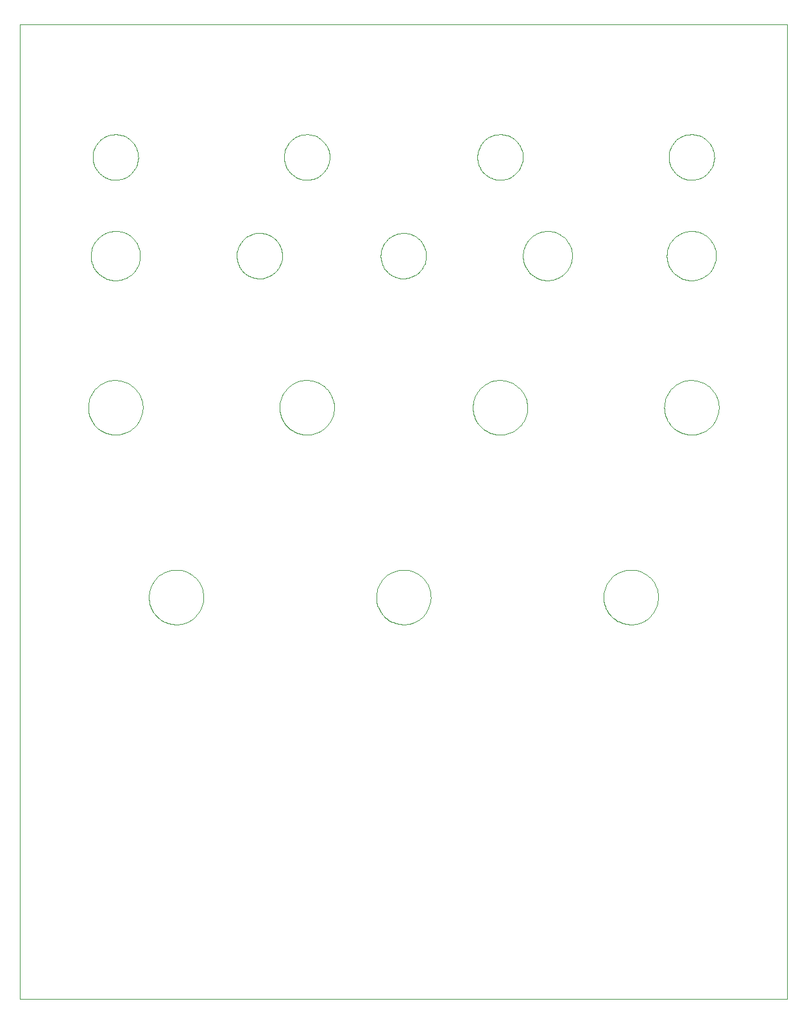
<source format=gm1>
%TF.GenerationSoftware,KiCad,Pcbnew,(6.0.6-0)*%
%TF.CreationDate,2022-08-31T18:23:36+01:00*%
%TF.ProjectId,magnum-front-panel,6d61676e-756d-42d6-9672-6f6e742d7061,r03*%
%TF.SameCoordinates,Original*%
%TF.FileFunction,Profile,NP*%
%FSLAX46Y46*%
G04 Gerber Fmt 4.6, Leading zero omitted, Abs format (unit mm)*
G04 Created by KiCad (PCBNEW (6.0.6-0)) date 2022-08-31 18:23:36*
%MOMM*%
%LPD*%
G01*
G04 APERTURE LIST*
%TA.AperFunction,Profile*%
%ADD10C,0.100000*%
%TD*%
G04 APERTURE END LIST*
D10*
%TO.C,Ref\u002A\u002A*%
X66211051Y-38809051D02*
X66151051Y-38675951D01*
X40213921Y-69463251D02*
X40300731Y-69214051D01*
X116295451Y-71734951D02*
X116240051Y-71567651D01*
X46873451Y-72148251D02*
X46743251Y-72383251D01*
X68385051Y-74083551D02*
X68211051Y-74053251D01*
X45656551Y-53078351D02*
X45464551Y-53216351D01*
X118428351Y-53517151D02*
X118283351Y-53452851D01*
X121964251Y-35545651D02*
X122104051Y-35721051D01*
X97464951Y-50993051D02*
X97445151Y-50834251D01*
X132339951Y-148552951D02*
X31000000Y-148552951D01*
X47257751Y-70338451D02*
X47261651Y-70601351D01*
X118283351Y-53452851D02*
X118141451Y-53381551D01*
X120355051Y-40433151D02*
X120136551Y-40474451D01*
X91430451Y-37662351D02*
X91426251Y-37508151D01*
X117789251Y-47856651D02*
X117990451Y-47724651D01*
X100518351Y-53759551D02*
X100358451Y-53747551D01*
X40718931Y-49115551D02*
X40827981Y-48905151D01*
X46278051Y-48578651D02*
X46413951Y-48777751D01*
X111135151Y-99089451D02*
X110957951Y-99057651D01*
X119230651Y-40473351D02*
X119082751Y-40446851D01*
X50282651Y-92199051D02*
X50537451Y-92104551D01*
X40485661Y-49789551D02*
X40547061Y-49558451D01*
X60177351Y-52189451D02*
X60099351Y-52067651D01*
X45441251Y-35087151D02*
X45616651Y-35226951D01*
X108099351Y-95899051D02*
X108085251Y-95716251D01*
X66622551Y-67741351D02*
X66832951Y-67580451D01*
X97375251Y-36919451D02*
X97409851Y-37135151D01*
X61310451Y-47830251D02*
X61516251Y-47735651D01*
X79048751Y-49031851D02*
X79163451Y-48846551D01*
X46560351Y-68382951D02*
X46710351Y-68603151D01*
X42189151Y-47606451D02*
X42412251Y-47504151D01*
X95014651Y-34558851D02*
X95227051Y-34608951D01*
X79976551Y-98706451D02*
X79823351Y-98620051D01*
X90865051Y-71051751D02*
X90843551Y-70875951D01*
X44104851Y-40474751D02*
X43881851Y-40499851D01*
X42608151Y-73967451D02*
X42441151Y-73912051D01*
X119608551Y-66917251D02*
X119871151Y-66921151D01*
X118329951Y-34825651D02*
X118535751Y-34731051D01*
X101401651Y-53682251D02*
X101165551Y-53727051D01*
X120692051Y-34674251D02*
X120895651Y-34755051D01*
X96878351Y-39243451D02*
X96743951Y-39418851D01*
X46533951Y-48984951D02*
X46637651Y-49199151D01*
X78676751Y-97528151D02*
X78582551Y-97379151D01*
X117837651Y-73612051D02*
X117688351Y-73517851D01*
X116500051Y-49789951D02*
X116561451Y-49558451D01*
X40405191Y-50513051D02*
X40414011Y-50267751D01*
X99212951Y-47612451D02*
X99435651Y-47510151D01*
X120396551Y-53682251D02*
X120159751Y-53727051D01*
X92351151Y-35336251D02*
X92515251Y-35190151D01*
X71695751Y-72814451D02*
X71520751Y-73011451D01*
X93676751Y-40412651D02*
X93534551Y-40372451D01*
X68838151Y-66917251D02*
X69100751Y-66921151D01*
X97649851Y-49335351D02*
X97743751Y-49117951D01*
X91531351Y-72663451D02*
X91429751Y-72518751D01*
X97963951Y-69818951D02*
X98005551Y-70077651D01*
X46843051Y-68832551D02*
X46957751Y-69070051D01*
X64510451Y-52880451D02*
X64333551Y-53008151D01*
X48303451Y-94224451D02*
X48407551Y-93983451D01*
X93395151Y-40325151D02*
X93258851Y-40271151D01*
X70124951Y-67124751D02*
X70368751Y-67221851D01*
X91071151Y-69214051D02*
X91175251Y-68972651D01*
X122003851Y-39416751D02*
X121857751Y-39580851D01*
X65612851Y-49924451D02*
X65647451Y-50140051D01*
X117868651Y-53218551D02*
X117737751Y-53126751D01*
X122235651Y-67971751D02*
X122420251Y-68171151D01*
X65422651Y-71398251D02*
X65383851Y-71226051D01*
X72469651Y-71124751D02*
X72414951Y-71385551D01*
X81372751Y-47526651D02*
X81591551Y-47513951D01*
X91433551Y-68517751D02*
X91587151Y-68305251D01*
X79589451Y-92594351D02*
X79812451Y-92448251D01*
X81942651Y-99120451D02*
X81671651Y-99130751D01*
X71862651Y-36917351D02*
X71897551Y-37132651D01*
X40985051Y-68104451D02*
X41168151Y-67916051D01*
X78071851Y-95530951D02*
X78071851Y-95530951D01*
X61114251Y-47938951D02*
X61310451Y-47830251D01*
X52365151Y-91993351D02*
X52619951Y-92053651D01*
X122368451Y-38859151D02*
X122260051Y-39055351D01*
X41976751Y-47724351D02*
X42189151Y-47606451D01*
X116639451Y-49333651D02*
X116733351Y-49115551D01*
X64981551Y-52423751D02*
X64835451Y-52587851D01*
X43055251Y-66967351D02*
X43317851Y-66932451D01*
X66203351Y-36218251D02*
X66303851Y-36024451D01*
X67177651Y-35056051D02*
X67363651Y-34934351D01*
X65627751Y-51014951D02*
X65582151Y-51232651D01*
X118141451Y-53381551D02*
X118003151Y-53303651D01*
X41341851Y-39415351D02*
X41252951Y-39302051D01*
X108080351Y-95530951D02*
X108080351Y-95530951D01*
X110281751Y-98848051D02*
X110122251Y-98775651D01*
X45066551Y-34851451D02*
X45257751Y-34961851D01*
X113820451Y-92626151D02*
X114030751Y-92793751D01*
X83970551Y-52423451D02*
X83824751Y-52587151D01*
X51845651Y-91928751D02*
X52106851Y-91951751D01*
X122679951Y-51753951D02*
X122577651Y-51976951D01*
X97619451Y-51608851D02*
X97569751Y-51458551D01*
X46637651Y-49199151D02*
X46725151Y-49419651D01*
X79812451Y-92448251D02*
X80047451Y-92318351D01*
X45053051Y-53449651D02*
X44835251Y-53543551D01*
X67056351Y-67434351D02*
X67291351Y-67304051D01*
X63252251Y-47563751D02*
X63464651Y-47613851D01*
X94142951Y-34514751D02*
X94362451Y-34501951D01*
X46649051Y-37791151D02*
X46619751Y-38010051D01*
X62889851Y-53504751D02*
X62663551Y-53512851D01*
X117421551Y-48160551D02*
X117599451Y-48002451D01*
X116429851Y-72059551D02*
X116358651Y-71898651D01*
X72515951Y-70336351D02*
X72519851Y-70598851D01*
X53114451Y-92229051D02*
X53351551Y-92344151D01*
X59737851Y-49845351D02*
X59794751Y-49631851D01*
X40671691Y-37814851D02*
X40660041Y-37662351D01*
X43299451Y-74105451D02*
X43123751Y-74083651D01*
X60349851Y-52420251D02*
X60260951Y-52306951D01*
X93072851Y-34825251D02*
X93278651Y-34730651D01*
X66511751Y-39303051D02*
X66428151Y-39185551D01*
X122024551Y-52759051D02*
X121854451Y-52924251D01*
X91426251Y-37508151D02*
X91426251Y-37508151D01*
X120982451Y-47530651D02*
X121197051Y-47634051D01*
X48407551Y-93983451D02*
X48528251Y-93750851D01*
X45782551Y-35381151D02*
X45936751Y-35547051D01*
X43881851Y-40499851D02*
X43655551Y-40507951D01*
X103550951Y-48989551D02*
X103654751Y-49203351D01*
X114769451Y-97388051D02*
X114623651Y-97611051D01*
X122466151Y-72814451D02*
X122291151Y-73011451D01*
X44961751Y-73879651D02*
X44712551Y-73965751D01*
X42266751Y-53451751D02*
X42124951Y-53380451D01*
X82727151Y-98972551D02*
X82471351Y-99041051D01*
X65922051Y-37281951D02*
X65947051Y-37059251D01*
X79823351Y-98620051D02*
X79674451Y-98525851D01*
X94069851Y-74105451D02*
X93894151Y-74083651D01*
X46260451Y-73013551D02*
X46071651Y-73196351D01*
X84634351Y-50142851D02*
X84653451Y-50360251D01*
X120761851Y-47443051D02*
X120982451Y-47530651D01*
X116887251Y-36419351D02*
X116973751Y-36218251D01*
X40060041Y-70698451D02*
X40055801Y-70519851D01*
X121673051Y-53076351D02*
X121481451Y-53214651D01*
X62509351Y-53508651D02*
X62356951Y-53497051D01*
X48217351Y-94473951D02*
X48303451Y-94224451D01*
X61516251Y-47735651D02*
X61728351Y-47656551D01*
X40659291Y-72518751D02*
X40565421Y-72369451D01*
X120136551Y-40474451D02*
X119913851Y-40499451D01*
X46071651Y-73196351D02*
X45870851Y-73364351D01*
X40094631Y-71051651D02*
X40073101Y-70875951D01*
X78861351Y-49426051D02*
X78948151Y-49225251D01*
X119193151Y-53728151D02*
X119035751Y-53700951D01*
X119082751Y-66967351D02*
X119345351Y-66932751D01*
X46604851Y-36919451D02*
X46639451Y-37135151D01*
X108323751Y-94224851D02*
X108427551Y-93983751D01*
X50782351Y-99022051D02*
X50612551Y-98975051D01*
X45973551Y-39418851D02*
X45827451Y-39582951D01*
X84403251Y-49304751D02*
X84484051Y-49507651D01*
X92997051Y-40144851D02*
X92871351Y-40072451D01*
X64944851Y-48551951D02*
X65084551Y-48727351D01*
X82106051Y-53479351D02*
X81883451Y-53504451D01*
X113133351Y-92228751D02*
X113370851Y-92343451D01*
X44456351Y-74033851D02*
X44194451Y-74083251D01*
X98032051Y-70601351D02*
X98016551Y-70864651D01*
X66246051Y-72938351D02*
X66129951Y-72803551D01*
X121793151Y-48040551D02*
X121973051Y-48207451D01*
X119838351Y-34505251D02*
X120056051Y-34523951D01*
X44945851Y-40218551D02*
X44744651Y-40305051D01*
X64449351Y-48092051D02*
X64624751Y-48231851D01*
X82628351Y-92060751D02*
X82877851Y-92139451D01*
X120852551Y-53542551D02*
X120627751Y-53620551D01*
X60444151Y-52528951D02*
X60349851Y-52420251D01*
X46817251Y-51292951D02*
X46749851Y-51526251D01*
X83121751Y-92236151D02*
X83358851Y-92350851D01*
X103905251Y-50112151D02*
X103925751Y-50347551D01*
X121466751Y-73653351D02*
X121234451Y-73774451D01*
X49243651Y-98199351D02*
X49114451Y-98076251D01*
X118981451Y-74053251D02*
X118809251Y-74014351D01*
X116802851Y-52044751D02*
X116731551Y-51902851D01*
X118147851Y-73777551D02*
X117990851Y-73698551D01*
X43823851Y-47259851D02*
X44059651Y-47280351D01*
X68460251Y-40473351D02*
X68312351Y-40446851D01*
X117611351Y-53028651D02*
X117489651Y-52923851D01*
X69713351Y-34608651D02*
X69921651Y-34674251D01*
X68629551Y-34515051D02*
X68849151Y-34502051D01*
X41986551Y-53302051D02*
X41852151Y-53217351D01*
X70005651Y-40303951D02*
X69798151Y-40375951D01*
X65525051Y-71734951D02*
X65469651Y-71567651D01*
X101632851Y-53620851D02*
X101401651Y-53682251D01*
X71597951Y-38859151D02*
X71489651Y-39055351D01*
X65988051Y-36840451D02*
X66044851Y-36627251D01*
X103867551Y-49878851D02*
X103905251Y-50112151D01*
X80966151Y-99060851D02*
X80794251Y-99021951D01*
X79255551Y-98199351D02*
X79126351Y-98076151D01*
X43926951Y-74113251D02*
X43655551Y-74123151D01*
X43581051Y-66917251D02*
X43844051Y-66921151D01*
X103144751Y-48394451D02*
X103295851Y-48584051D01*
X119673451Y-53763451D02*
X119512151Y-53759551D01*
X50954251Y-99060851D02*
X50782351Y-99022051D01*
X48664851Y-97528151D02*
X48570651Y-97379251D01*
X66832951Y-67580451D02*
X67056351Y-67434351D01*
X70606251Y-67336551D02*
X70835351Y-67469251D01*
X72215251Y-69068351D02*
X72312251Y-69312151D01*
X85270651Y-95610051D02*
X85255151Y-95872951D01*
X115156951Y-94568551D02*
X115217251Y-94823051D01*
X122516951Y-36496751D02*
X122582551Y-36705251D01*
X84307551Y-49107051D02*
X84403251Y-49304751D01*
X52716651Y-98973351D02*
X52460851Y-99041451D01*
X84216851Y-92985751D02*
X84401451Y-93184451D01*
X78787251Y-51385551D02*
X78748151Y-51244451D01*
X108154051Y-96256551D02*
X108122251Y-96079351D01*
X42124951Y-53380451D02*
X41986551Y-53302051D01*
X45936751Y-35547051D02*
X46076551Y-35722451D01*
X116517751Y-51305751D02*
X116482751Y-51150451D01*
X116867551Y-38539751D02*
X116820251Y-38400351D01*
X51303951Y-99113051D02*
X51128251Y-99091151D01*
X84018151Y-92801151D02*
X84216851Y-92985751D01*
X91249051Y-72216351D02*
X91170351Y-72059251D01*
X84334751Y-51866551D02*
X84226451Y-52062351D01*
X65320351Y-49102151D02*
X65416251Y-49300151D01*
X40690741Y-37964851D02*
X40671691Y-37814851D01*
X44664851Y-34674551D02*
X44868551Y-34755451D01*
X59663851Y-50513051D02*
X59663851Y-50513051D01*
X102798151Y-48047951D02*
X102977851Y-48214851D01*
X119619551Y-34502051D02*
X119838351Y-34505251D01*
X42535751Y-67096251D02*
X42794051Y-67021751D01*
X69143451Y-40499451D02*
X68917251Y-40507951D01*
X49964651Y-98706551D02*
X49811451Y-98620051D01*
X84997451Y-96908351D02*
X84884251Y-97155051D01*
X97206251Y-72816651D02*
X97030851Y-73013551D01*
X122603451Y-38225251D02*
X122541351Y-38440951D01*
X46166851Y-52583251D02*
X46008351Y-52761051D01*
X71465251Y-67971751D02*
X71649851Y-68171151D01*
X103186051Y-52582851D02*
X103027951Y-52760451D01*
X83448851Y-98661351D02*
X83216651Y-98782351D01*
X96707151Y-35547051D02*
X96846951Y-35722451D01*
X121533451Y-39873751D02*
X121356651Y-40001551D01*
X63672851Y-47679551D02*
X63876551Y-47760351D01*
X116242451Y-69463251D02*
X116328951Y-69214451D01*
X113600251Y-92476151D02*
X113820451Y-92626151D01*
X50035951Y-92312751D02*
X50282651Y-92199051D01*
X78076451Y-95709551D02*
X78071851Y-95530951D01*
X64624751Y-48231851D02*
X64790551Y-48386051D01*
X84428951Y-51661151D02*
X84334751Y-51866551D01*
X118009551Y-39995851D02*
X117892051Y-39912251D01*
X118655651Y-47418751D02*
X118888951Y-47351651D01*
X97429251Y-50513051D02*
X97429251Y-50513051D01*
X65588151Y-71898651D02*
X65525051Y-71734951D01*
X119035751Y-53700951D02*
X118880451Y-53666051D01*
X43198951Y-40473051D02*
X43051351Y-40446551D01*
X81140151Y-99091151D02*
X80966151Y-99060851D01*
X98876251Y-53217451D02*
X98745951Y-53125651D01*
X41744851Y-35190151D02*
X41920251Y-35055751D01*
X65346451Y-51866151D02*
X65237751Y-52062351D01*
X71265851Y-67787251D02*
X71465251Y-67971751D01*
X45616651Y-35226951D02*
X45782551Y-35381151D01*
X65472051Y-69463251D02*
X65558551Y-69214451D01*
X114980851Y-94074551D02*
X115077851Y-94318351D01*
X72340551Y-71644251D02*
X72246251Y-71898651D01*
X65669751Y-50576651D02*
X65657051Y-50796151D01*
X41473751Y-52922351D02*
X41357351Y-52811151D01*
X42116551Y-73777651D02*
X41959451Y-73698551D01*
X70586151Y-40001551D02*
X70400551Y-40116251D01*
X112989351Y-98885751D02*
X112740151Y-98972651D01*
X40210741Y-71567651D02*
X40163801Y-71397851D01*
X120306251Y-47317751D02*
X120536351Y-47372151D01*
X43018451Y-53700151D02*
X42863251Y-53665251D01*
X117156451Y-52574151D02*
X117058351Y-52448151D01*
X116419551Y-50513151D02*
X116419551Y-50513151D01*
X95133951Y-66986151D02*
X95388351Y-67046451D01*
X46850451Y-49875651D02*
X46888251Y-50108951D01*
X62356951Y-53497051D02*
X62206951Y-53477951D01*
X98609751Y-48006651D02*
X98799651Y-47861251D01*
X66277451Y-38938151D02*
X66211051Y-38809051D01*
X79872851Y-52924251D02*
X79756351Y-52833551D01*
X42949751Y-74053251D02*
X42777551Y-74014451D01*
X41141351Y-52572951D02*
X41042851Y-52446551D01*
X96095951Y-40003251D02*
X95909951Y-40117651D01*
X45325551Y-40003251D02*
X45139551Y-40117651D01*
X71856651Y-72604151D02*
X71695751Y-72814451D01*
X49367151Y-92750351D02*
X49577451Y-92589051D01*
X40892651Y-38675251D02*
X40838611Y-38539051D01*
X108299751Y-96768951D02*
X108242951Y-96601751D01*
X121810051Y-35379751D02*
X121964251Y-35545651D01*
X43476951Y-74118551D02*
X43299451Y-74105451D01*
X112740151Y-98972651D02*
X112484351Y-99040751D01*
X102485451Y-53215651D02*
X102284351Y-53339551D01*
X68917251Y-74123051D02*
X68738651Y-74118451D01*
X71193851Y-35545651D02*
X71333651Y-35721051D01*
X44363451Y-66986151D02*
X44617951Y-67046451D01*
X66425651Y-67916351D02*
X66622551Y-67741351D01*
X118256951Y-40145851D02*
X118131351Y-40073851D01*
X111315451Y-99111951D02*
X111135151Y-99089451D01*
X78496051Y-97226051D02*
X78417051Y-97068951D01*
X97926551Y-71388051D02*
X97852051Y-71646751D01*
X79644151Y-52736851D02*
X79536551Y-52634151D01*
X64835451Y-52587851D02*
X64678051Y-52740351D01*
X70835351Y-67469251D02*
X71055851Y-67619551D01*
X116791251Y-72663451D02*
X116689651Y-72519051D01*
X46796151Y-49645551D02*
X46850451Y-49875651D01*
X48129851Y-96236451D02*
X48099451Y-96062451D01*
X100924551Y-53754251D02*
X100679651Y-53763451D01*
X66545951Y-35661651D02*
X66686051Y-35494051D01*
X122291151Y-73011451D02*
X122102651Y-73194251D01*
X116815251Y-36627251D02*
X116887251Y-36419351D01*
X118963451Y-34589851D02*
X119181151Y-34544351D01*
X93051351Y-67190451D02*
X93306151Y-67096251D01*
X109820151Y-92443251D02*
X110055151Y-92313051D01*
X44617951Y-67046451D02*
X44868151Y-67125551D01*
X108516451Y-97247151D02*
X108436751Y-97091951D01*
X44969451Y-47530851D02*
X45183651Y-47634651D01*
X91930851Y-35838151D02*
X92058551Y-35661351D01*
X111683551Y-99130751D02*
X111498251Y-99126151D01*
X94875251Y-66944151D02*
X95133951Y-66986151D01*
X97367551Y-72606351D02*
X97206251Y-72816651D01*
X97409851Y-37135151D02*
X97428951Y-37352851D01*
X41428251Y-35493651D02*
X41580751Y-35336251D01*
X67363651Y-34934351D02*
X67559551Y-34825651D01*
X92515251Y-35190151D02*
X92690651Y-35055751D01*
X92008851Y-73190751D02*
X91879351Y-73067551D01*
X95482951Y-73965751D02*
X95226751Y-74033851D01*
X96846951Y-35722451D02*
X96972251Y-35905951D01*
X43655551Y-74123151D02*
X43476951Y-74118551D01*
X108436751Y-97091951D02*
X108364351Y-96932351D01*
X48149251Y-94729851D02*
X48217351Y-94473951D01*
X60026951Y-51942051D02*
X59960651Y-51812851D01*
X109528651Y-98415651D02*
X109392751Y-98308751D01*
X119918751Y-53754251D02*
X119673451Y-53763451D01*
X78789351Y-49633651D02*
X78861351Y-49426051D01*
X117465751Y-39525451D02*
X117371451Y-39416351D01*
X41168151Y-67916051D02*
X41365151Y-67740951D01*
X78161551Y-94731251D02*
X78229951Y-94475351D01*
X94581251Y-34505151D02*
X94798951Y-34524251D01*
X72133051Y-72145751D02*
X72002751Y-72380751D01*
X78071851Y-95530951D02*
X78071851Y-95530951D01*
X91722951Y-38807951D02*
X91662951Y-38675251D01*
X46413951Y-48777751D02*
X46533951Y-48984951D01*
X71333651Y-35721051D02*
X71458951Y-35904551D01*
X65921351Y-68518151D02*
X66074451Y-68305651D01*
X84272251Y-98020051D02*
X84084151Y-98202851D01*
X110122251Y-98775651D02*
X109966951Y-98696251D01*
X117269151Y-73191051D02*
X117139651Y-73067851D01*
X116973751Y-36218251D02*
X117074251Y-36024451D01*
X48270651Y-96744651D02*
X48215651Y-96578051D01*
X97757451Y-71901151D02*
X97643851Y-72148251D01*
X118880451Y-53666051D02*
X118727351Y-53623651D01*
X83358851Y-92350851D02*
X83587951Y-92483551D01*
X31000000Y-20000000D02*
X132339951Y-20000000D01*
X69620251Y-66985751D02*
X69875051Y-67046051D01*
X98432251Y-48164751D02*
X98609751Y-48006651D01*
X59960651Y-51812851D02*
X59900651Y-51680151D01*
X41357351Y-52811151D02*
X41246151Y-52694651D01*
X41512651Y-73415851D02*
X41372951Y-73306851D01*
X40952651Y-38807951D02*
X40892651Y-38675251D01*
X116719251Y-37965151D02*
X116700251Y-37814851D01*
X65929751Y-37814851D02*
X65918151Y-37662751D01*
X80294151Y-98856851D02*
X80133651Y-98785551D01*
X103884051Y-51058651D02*
X103834651Y-51294051D01*
X48059951Y-95530951D02*
X48059951Y-95530951D01*
X98267151Y-48334851D02*
X98432251Y-48164751D01*
X60436351Y-48498651D02*
X60588751Y-48341251D01*
X97203451Y-38655451D02*
X97108851Y-38861251D01*
X91557051Y-36626951D02*
X91629051Y-36419051D01*
X69100751Y-66921151D02*
X69361951Y-66944151D01*
X48069851Y-95259551D02*
X48099851Y-94992051D01*
X123274651Y-70862151D02*
X123240051Y-71124751D01*
X122870951Y-68830751D02*
X122985651Y-69068351D01*
X46749851Y-51526251D02*
X46664451Y-51756351D01*
X48215651Y-96578051D02*
X48168651Y-96408351D01*
X103915451Y-50821851D02*
X103884051Y-51058651D01*
X44323251Y-40433851D02*
X44104851Y-40474751D01*
X45435351Y-73654851D02*
X45202751Y-73775851D01*
X91608951Y-38539051D02*
X91561751Y-38399651D01*
X40688941Y-37058851D02*
X40729881Y-36840451D01*
X92306051Y-39628151D02*
X92206451Y-39524051D01*
X99149051Y-53380451D02*
X99010651Y-53302151D01*
X63876551Y-47760351D02*
X64074551Y-47856351D01*
X121605751Y-67469251D02*
X121826351Y-67619551D01*
X42777551Y-74014451D02*
X42608151Y-73967451D01*
X65647451Y-50140051D02*
X65666551Y-50357751D01*
X97527351Y-51305351D02*
X97492451Y-51150051D01*
X61914351Y-53417551D02*
X61772151Y-53377351D01*
X94119251Y-40492051D02*
X93969251Y-40473051D01*
X48987051Y-93114551D02*
X49170251Y-92925751D01*
X92427751Y-73517551D02*
X92283051Y-73415851D01*
X116102051Y-70875951D02*
X116088951Y-70698351D01*
X117669651Y-39728751D02*
X117565251Y-39629551D01*
X113370851Y-92343451D02*
X113600251Y-92476151D01*
X80117451Y-53087351D02*
X79993151Y-53008951D01*
X50282251Y-98856851D02*
X50121651Y-98785551D01*
X120568551Y-40375951D02*
X120355051Y-40433151D01*
X50612551Y-98975051D02*
X50446051Y-98920051D01*
X44536851Y-40377051D02*
X44323251Y-40433851D01*
X108080251Y-95530951D02*
X108090151Y-95259551D01*
X118003151Y-53303651D02*
X117868651Y-53218551D01*
X121481451Y-53214651D02*
X121280251Y-53338851D01*
X99734151Y-53622951D02*
X99583851Y-53573151D01*
X108090151Y-95259551D02*
X108120151Y-94992051D01*
X70873451Y-35225851D02*
X71039651Y-35379751D01*
X53207251Y-98783051D02*
X52966151Y-98887151D01*
X44244251Y-34558851D02*
X44456651Y-34608951D01*
X71520751Y-73011451D02*
X71332251Y-73194251D01*
X116435451Y-50834651D02*
X116423451Y-50674351D01*
X41580751Y-35336251D02*
X41744851Y-35190151D01*
X111076151Y-91975651D02*
X111338751Y-91940451D01*
X81493051Y-99126151D02*
X81315851Y-99113051D01*
X84549351Y-49715851D02*
X84599751Y-49927951D01*
X41108951Y-73067551D02*
X40985751Y-72938051D01*
X79747151Y-48200051D02*
X79922251Y-48065951D01*
X84484051Y-49507651D02*
X84549351Y-49715851D01*
X40545611Y-51458451D02*
X40503261Y-51305251D01*
X40663881Y-37281951D02*
X40688941Y-37058851D01*
X41639751Y-39727651D02*
X41535651Y-39628151D01*
X65116051Y-52248351D02*
X64981551Y-52423751D01*
X42906351Y-40412651D02*
X42764151Y-40372451D01*
X71649851Y-68171151D02*
X71817451Y-68381151D01*
X120895351Y-67124751D02*
X121139151Y-67221851D01*
X43372551Y-34514751D02*
X43592051Y-34501951D01*
X50795751Y-92030051D02*
X51056951Y-91975351D01*
X122926651Y-50579751D02*
X122912851Y-50817651D01*
X114415151Y-93177351D02*
X114582751Y-93387751D01*
X79922251Y-48065951D02*
X80108251Y-47944151D01*
X45670051Y-39735451D02*
X45502351Y-39875551D01*
X41775251Y-47856351D02*
X41976751Y-47724351D01*
X40716771Y-51901651D02*
X40652541Y-51757051D01*
X84507651Y-51449051D02*
X84428951Y-51661151D01*
X68312351Y-40446851D02*
X68167351Y-40413351D01*
X52870151Y-92132351D02*
X53114451Y-92229051D01*
X65666551Y-50357751D02*
X65669751Y-50576651D01*
X122832451Y-51290551D02*
X122765351Y-51523851D01*
X43494251Y-53759451D02*
X43334351Y-53747451D01*
X70696251Y-73653351D02*
X70464051Y-73774451D01*
X84104651Y-52248351D02*
X83970551Y-52423451D01*
X94798951Y-34524251D02*
X95014651Y-34558851D01*
X65558551Y-69214451D02*
X65662651Y-68973051D01*
X90981151Y-71567651D02*
X90934251Y-71397951D01*
X40652541Y-51757051D02*
X40595371Y-51608751D01*
X95882451Y-67222551D02*
X96119551Y-67337651D01*
X59900651Y-51680151D02*
X59846651Y-51543951D01*
X42764151Y-40372451D02*
X42624751Y-40325151D01*
X99583851Y-53573151D02*
X99435551Y-53516051D01*
X111338751Y-91940451D02*
X111602051Y-91924851D01*
X101857251Y-53542851D02*
X101632851Y-53620851D01*
X65318551Y-70698351D02*
X65313951Y-70519851D01*
X97480751Y-68603151D02*
X97613451Y-68832551D01*
X119512151Y-53759551D02*
X119351951Y-53747951D01*
X78112051Y-94992751D02*
X78161551Y-94731251D01*
X40816691Y-68305251D02*
X40985051Y-68104451D01*
X49811451Y-98620051D02*
X49662551Y-98525851D01*
X45578551Y-67470351D02*
X45798851Y-67620651D01*
X40951151Y-52316351D02*
X40866411Y-52181951D01*
X67360851Y-40073851D02*
X67239151Y-39995851D01*
X99010651Y-53302151D02*
X98876251Y-53217451D01*
X41091351Y-39062751D02*
X41018951Y-38937151D01*
X41585351Y-48001751D02*
X41775251Y-47856351D01*
X116419551Y-50513151D02*
X116419651Y-50513051D01*
X122738251Y-68601751D02*
X122870951Y-68830751D01*
X40565421Y-72369451D02*
X40478601Y-72216351D01*
X71907151Y-37788751D02*
X71878251Y-38007851D01*
X53875351Y-98371951D02*
X53662851Y-98524751D01*
X91939651Y-39184551D02*
X91861651Y-39062751D01*
X85243851Y-95087051D02*
X85266751Y-95347451D01*
X79993151Y-53008951D02*
X79872851Y-52924251D01*
X83613051Y-48238251D02*
X83778551Y-48392051D01*
X79126351Y-98076151D02*
X79003251Y-97947051D01*
X79674451Y-98525851D02*
X79530151Y-98424551D01*
X116921551Y-38675951D02*
X116867551Y-38539751D01*
X103813151Y-49649151D02*
X103867551Y-49878851D01*
X80304051Y-47835851D02*
X80509451Y-47741651D01*
X91296251Y-68740451D02*
X91433551Y-68517751D01*
X46664451Y-51756351D02*
X46562151Y-51979351D01*
X84719051Y-93614651D02*
X84851751Y-93843651D01*
X92886951Y-73777651D02*
X92729851Y-73698551D01*
X40788061Y-52043551D02*
X40716771Y-51901651D01*
X55265751Y-95607551D02*
X55250251Y-95870851D01*
X68211051Y-74053251D02*
X68038851Y-74014351D01*
X55086151Y-96653251D02*
X54991551Y-96908051D01*
X116733351Y-49115551D02*
X116842451Y-48905551D01*
X53662851Y-98524751D02*
X53439851Y-98662351D01*
X123161351Y-69562051D02*
X123221751Y-69816851D01*
X49170251Y-92925751D02*
X49367151Y-92750351D01*
X52460851Y-99041451D02*
X52198651Y-99090851D01*
X43348851Y-40492051D02*
X43198951Y-40473051D01*
X119082751Y-40446851D02*
X118937751Y-40413351D01*
X91861651Y-39062751D02*
X91789351Y-38937151D01*
X45390851Y-47754651D02*
X45589851Y-47890551D01*
X40547061Y-49558451D02*
X40625061Y-49333251D01*
X78657851Y-50513151D02*
X78657851Y-50513151D01*
X67220451Y-73698551D02*
X67067251Y-73612051D01*
X71770951Y-38440951D02*
X71692251Y-38653051D01*
X59725251Y-51117251D02*
X59698751Y-50969751D01*
X116684351Y-37508151D02*
X116684351Y-37508151D01*
X41242351Y-48330651D02*
X41407451Y-48160151D01*
X110612851Y-98969051D02*
X110445551Y-98912251D01*
X117256351Y-48330951D02*
X117421551Y-48160551D01*
X93306151Y-67096251D02*
X93564451Y-67021751D01*
X65209851Y-48910851D02*
X65320351Y-49102151D01*
X95716251Y-40218551D02*
X95515051Y-40305051D01*
X72451351Y-69816851D02*
X72492951Y-70075151D01*
X66303851Y-36024451D02*
X66418251Y-35838451D01*
X123110951Y-71644251D02*
X123016751Y-71898651D01*
X70222651Y-73878551D02*
X69973851Y-73964951D01*
X59759151Y-51262351D02*
X59725251Y-51117251D01*
X84754351Y-97390151D02*
X84608251Y-97613151D01*
X61728351Y-47656551D02*
X61943951Y-47594451D01*
X46658551Y-37352851D02*
X46661751Y-37571651D01*
X69973851Y-73964951D02*
X69718051Y-74033151D01*
X82373951Y-92000451D02*
X82628351Y-92060751D01*
X43123751Y-74083651D02*
X42949751Y-74053251D01*
X71055851Y-67619551D02*
X71265851Y-67787251D01*
X109670151Y-98515951D02*
X109528651Y-98415651D01*
X116423451Y-50674351D02*
X116419551Y-50513151D01*
X117990451Y-47724651D02*
X118202851Y-47606851D01*
X92690651Y-35055751D02*
X92876651Y-34933951D01*
X97676651Y-51757051D02*
X97619451Y-51608851D01*
X44292951Y-47318051D02*
X44523051Y-47372451D01*
X40404841Y-68972651D02*
X40525891Y-68740451D01*
X83138751Y-53121851D02*
X82945351Y-53222451D01*
X122668051Y-37132651D02*
X122687051Y-37350451D01*
X43051351Y-40446551D02*
X42906351Y-40412651D01*
X117120251Y-39063851D02*
X117047851Y-38938151D01*
X43501351Y-40503751D02*
X43348851Y-40492051D01*
X67538451Y-73848851D02*
X67377451Y-73777551D01*
X78420151Y-93985851D02*
X78541251Y-93753651D01*
X119331551Y-74105451D02*
X119155451Y-74083551D01*
X119361851Y-47270451D02*
X119599751Y-47256351D01*
X121700651Y-39733251D02*
X121533451Y-39873751D01*
X115270951Y-95868751D02*
X115236051Y-96131251D01*
X79433851Y-52526551D02*
X79337151Y-52414351D01*
X117316351Y-35661651D02*
X117456451Y-35494051D01*
X65913951Y-37508151D02*
X65913951Y-37508151D01*
X101080551Y-47287351D02*
X101313851Y-47325151D01*
X117392951Y-67741351D02*
X117603351Y-67580451D01*
X112222151Y-99090451D02*
X111954951Y-99120451D01*
X111864951Y-91928751D02*
X112125751Y-91951351D01*
X69921651Y-34674251D02*
X70125251Y-34755051D01*
X82027751Y-47536251D02*
X82242651Y-47570851D01*
X71039651Y-35379751D02*
X71193851Y-35545651D01*
X103463051Y-52191851D02*
X103331451Y-52393051D01*
X116691751Y-68518151D02*
X116844951Y-68305651D01*
X109386751Y-92750651D02*
X109597151Y-92589451D01*
X43111351Y-47301851D02*
X43348851Y-47270451D01*
X97569751Y-51458551D02*
X97527351Y-51305351D01*
X78657651Y-50513051D02*
X78666151Y-50287251D01*
X120271351Y-34558551D02*
X120483851Y-34608651D01*
X91938651Y-67916051D02*
X92135551Y-67740951D01*
X43900751Y-53754551D02*
X43655451Y-53763351D01*
X78082051Y-95259951D02*
X78112051Y-94992751D01*
X93258851Y-40271151D02*
X93126151Y-40211151D01*
X119155451Y-74083551D02*
X118981451Y-74053251D01*
X69285651Y-34523951D02*
X69500951Y-34558551D01*
X116820251Y-38400351D02*
X116779651Y-38258151D01*
X66044851Y-36627251D02*
X66116851Y-36419351D01*
X94697351Y-74113251D02*
X94425951Y-74123151D01*
X53351551Y-92344151D02*
X53581351Y-92476851D01*
X97977051Y-48707151D02*
X98115351Y-48515951D01*
X78672551Y-50809651D02*
X78661351Y-50661751D01*
X54264951Y-98020451D02*
X54076151Y-98203551D01*
X80509551Y-53284651D02*
X80375751Y-53225351D01*
X115282251Y-95342551D02*
X115286151Y-95605451D01*
X116428451Y-50267751D02*
X116455651Y-50026351D01*
X93547951Y-74014451D02*
X93378551Y-73967451D01*
X115259251Y-95081751D02*
X115282251Y-95342551D01*
X121139151Y-67221851D02*
X121376651Y-67336551D01*
X43810851Y-34505151D02*
X44028551Y-34524251D01*
X118131351Y-40073851D02*
X118009551Y-39995851D01*
X96028151Y-34961851D02*
X96211651Y-35087151D01*
X68038851Y-74014351D02*
X67869451Y-73967451D01*
X63464651Y-47613851D02*
X63672851Y-47679551D01*
X84072151Y-48732651D02*
X84197051Y-48916151D01*
X50121651Y-98785551D02*
X49964651Y-98706551D01*
X92112251Y-39415351D02*
X92023351Y-39302051D01*
X94271751Y-40503751D02*
X94119251Y-40492051D01*
X96842051Y-73196351D02*
X96641251Y-73364351D01*
X62600051Y-47506951D02*
X62818851Y-47510151D01*
X115236051Y-96131251D02*
X115181651Y-96392451D01*
X45464551Y-53216351D02*
X45263351Y-53340551D01*
X51056951Y-91975351D02*
X51319851Y-91940351D01*
X71919851Y-37569251D02*
X71907151Y-37788751D01*
X103834651Y-51294051D02*
X103767651Y-51527351D01*
X122340151Y-36095451D02*
X122435751Y-36293451D01*
X46338451Y-38861251D02*
X46229751Y-39057451D01*
X68917251Y-40507951D02*
X68762651Y-40504051D01*
X40478601Y-72216351D02*
X40399901Y-72059251D01*
X65237751Y-52062351D02*
X65116051Y-52248351D01*
X116610151Y-51609651D02*
X116560451Y-51458951D01*
X119351951Y-53747951D02*
X119193151Y-53728151D01*
X120072651Y-47280351D02*
X120306251Y-47317751D01*
X122229351Y-35904551D02*
X122340151Y-36095451D01*
X90866451Y-69981251D02*
X90916251Y-69719051D01*
X108169551Y-94730151D02*
X108237651Y-94473951D01*
X80047451Y-92318351D02*
X80294151Y-92205051D01*
X67067251Y-73612051D02*
X66917951Y-73517851D01*
X72390951Y-69562051D02*
X72451351Y-69816851D01*
X110783651Y-99017451D02*
X110612851Y-98969051D01*
X113230751Y-98781651D02*
X112989351Y-98885751D01*
X44378951Y-53682951D02*
X44142151Y-53727351D01*
X70206751Y-40217151D02*
X70005651Y-40303951D01*
X120132351Y-66944151D02*
X120390651Y-66985751D01*
X121234451Y-73774451D02*
X120993051Y-73878551D01*
X68193051Y-34589851D02*
X68410751Y-34544351D01*
X60296251Y-48666251D02*
X60436351Y-48498651D01*
X117104651Y-48512351D02*
X117256351Y-48330951D01*
X67291351Y-67304051D02*
X67538351Y-67190751D01*
X116174351Y-69719051D02*
X116242451Y-69463251D01*
X67616051Y-40212251D02*
X67486551Y-40145851D01*
X117773051Y-35190551D02*
X117948151Y-35056051D01*
X48099451Y-96062451D02*
X48077651Y-95886751D01*
X102977851Y-48214851D02*
X103144751Y-48394451D01*
X48064551Y-95709551D02*
X48059951Y-95530951D01*
X99000851Y-47729651D02*
X99212951Y-47612451D01*
X122651051Y-49197451D02*
X122738951Y-49417651D01*
X117599451Y-48002451D02*
X117789251Y-47856651D01*
X78111451Y-96062451D02*
X78089551Y-95886751D01*
X95307151Y-40377051D02*
X95093651Y-40433851D01*
X117013251Y-68104851D02*
X117196051Y-67916351D01*
X47133151Y-69564151D02*
X47193551Y-69818951D01*
X79290851Y-48669751D02*
X79430951Y-48502551D01*
X52619951Y-92053651D02*
X52870151Y-92132351D01*
X92518851Y-39821851D02*
X92410151Y-39727651D01*
X97492451Y-51150051D02*
X97464951Y-50993051D01*
X69798151Y-40375951D02*
X69584651Y-40433151D01*
X91662951Y-38675251D02*
X91608951Y-38539051D01*
X46444251Y-52191851D02*
X46312251Y-52393351D01*
X54601651Y-97613151D02*
X54440351Y-97823551D01*
X100679651Y-53763451D02*
X100518351Y-53759551D01*
X116123951Y-71052051D02*
X116102051Y-70875951D01*
X40791321Y-38399651D02*
X40751091Y-38257451D01*
X78180551Y-96408351D02*
X78141751Y-96236451D01*
X46866651Y-51057251D02*
X46817251Y-51292951D01*
X78886051Y-51661251D02*
X78833551Y-51524651D01*
X92568951Y-67433951D02*
X92804351Y-67303751D01*
X71367851Y-39241351D02*
X71233451Y-39416751D01*
X54747751Y-97390151D02*
X54601651Y-97613151D01*
X92410151Y-39727651D02*
X92306051Y-39628151D01*
X119509051Y-74118451D02*
X119331551Y-74105451D01*
X51481151Y-99126151D02*
X51303951Y-99113051D01*
X116966251Y-52317551D02*
X116881251Y-52183151D01*
X116084351Y-70519851D02*
X116084351Y-70519851D01*
X71233451Y-39416751D02*
X71087351Y-39580851D01*
X116482751Y-51150451D02*
X116455251Y-50993451D01*
X42355751Y-40211151D02*
X42226651Y-40144851D01*
X101543551Y-47379551D02*
X101769051Y-47450451D01*
X102284351Y-53339551D02*
X102074651Y-53448951D01*
X120993051Y-73878551D02*
X120744251Y-73964951D01*
X109136951Y-98076551D02*
X109017651Y-97951651D01*
X116084351Y-70519851D02*
X116094651Y-70248451D01*
X68738651Y-74118451D02*
X68561151Y-74105451D01*
X79182451Y-92930351D02*
X79379451Y-92755251D01*
X95836951Y-34851451D02*
X96028151Y-34961851D01*
X102676751Y-53077351D02*
X102485451Y-53215651D01*
X112384451Y-91993051D02*
X112639251Y-92053351D01*
X96272751Y-39875551D02*
X96095951Y-40003251D01*
X60588751Y-48341251D02*
X60752851Y-48195151D01*
X70918951Y-73515751D02*
X70696251Y-73653351D01*
X40328971Y-71898351D02*
X40265791Y-71734551D01*
X91715551Y-36217851D02*
X91816451Y-36024151D01*
X40838611Y-38539051D02*
X40791321Y-38399651D01*
X114287351Y-98018351D02*
X114098951Y-98201451D01*
X78732551Y-49846451D02*
X78789351Y-49633651D01*
X97445151Y-50834251D02*
X97433151Y-50674351D01*
X116700251Y-37814851D02*
X116688551Y-37662751D01*
X44523051Y-47372451D02*
X44748851Y-47443351D01*
X97282451Y-38443351D02*
X97203451Y-38655451D01*
X99435651Y-47510151D02*
X99665351Y-47425051D01*
X42033951Y-67303751D02*
X42280951Y-67190451D01*
X55215351Y-96133751D02*
X55160651Y-96394951D01*
X121356651Y-40001551D02*
X121170951Y-40116251D01*
X69361951Y-66944151D02*
X69620251Y-66985751D01*
X65353551Y-71052051D02*
X65331651Y-70875951D01*
X66074451Y-68305651D02*
X66242851Y-68104851D01*
X40405151Y-50512951D02*
X40405191Y-50513051D01*
X40655811Y-37508151D02*
X40655811Y-37508151D01*
X45589851Y-47890551D02*
X45780051Y-48041951D01*
X115286151Y-95605451D02*
X115270951Y-95868751D01*
X91442051Y-37814851D02*
X91430451Y-37662351D01*
X78778051Y-97672451D02*
X78676751Y-97528151D01*
X120056051Y-34523951D02*
X120271351Y-34558551D01*
X116746051Y-38113051D02*
X116719251Y-37965151D01*
X40858691Y-36419051D02*
X40945151Y-36217851D01*
X98745951Y-53125651D02*
X98619651Y-53027251D01*
X114899651Y-97152651D02*
X114769451Y-97388051D01*
X117047851Y-38938151D02*
X116981551Y-38809051D01*
X85202151Y-94828651D02*
X85243851Y-95087051D01*
X46312251Y-52393351D02*
X46166851Y-52583251D01*
X46574151Y-38227751D02*
X46512051Y-38443351D01*
X45837951Y-52926251D02*
X45656551Y-53078351D01*
X97812151Y-52043651D02*
X97740851Y-51901751D01*
X48528251Y-93750851D02*
X48665951Y-93527851D01*
X122462651Y-38653051D02*
X122368451Y-38859151D01*
X41436151Y-39524051D02*
X41341851Y-39415351D01*
X44748851Y-47443351D02*
X44969451Y-47530851D01*
X116358651Y-71898651D02*
X116295451Y-71734951D01*
X119959051Y-74112851D02*
X119687651Y-74123051D01*
X79161751Y-52177551D02*
X79083351Y-52053251D01*
X121689351Y-73515751D02*
X121466751Y-73653351D01*
X115107151Y-96650751D02*
X115012951Y-96905551D01*
X93534551Y-40372451D02*
X93395151Y-40325151D01*
X99435551Y-53516051D02*
X99290851Y-53451751D01*
X91426251Y-37508151D02*
X91426151Y-37508151D01*
X51583151Y-91924851D02*
X51845651Y-91928751D01*
X55197351Y-94825451D02*
X55238951Y-95083851D01*
X95226751Y-74033851D02*
X94964851Y-74083251D01*
X65913951Y-37508151D02*
X65913951Y-37508151D01*
X59698751Y-50969751D02*
X59679651Y-50819751D01*
X95638951Y-34755451D02*
X95836951Y-34851451D01*
X103682551Y-51757051D02*
X103580251Y-51979751D01*
X120159751Y-53727051D02*
X119918751Y-53754251D01*
X91816451Y-36024151D02*
X91930851Y-35838151D01*
X71967851Y-68601751D02*
X72100551Y-68830751D01*
X93047451Y-73848951D02*
X92886951Y-73777651D01*
X66498751Y-73191051D02*
X66369151Y-73067851D01*
X71489651Y-39055351D02*
X71367851Y-39241351D01*
X46008351Y-52761051D02*
X45837951Y-52926251D01*
X92871351Y-40072451D02*
X92749651Y-39994451D01*
X117196051Y-67916351D02*
X117392951Y-67741351D01*
X121280251Y-53338851D02*
X121070651Y-53448251D01*
X93894151Y-74083651D02*
X93720151Y-74053251D01*
X98115351Y-48515951D02*
X98267151Y-48334851D01*
X70514551Y-34961151D02*
X70698051Y-35086151D01*
X98005551Y-70077651D02*
X98028151Y-70338451D01*
X97030851Y-73013551D02*
X96842051Y-73196351D01*
X120744251Y-73964951D02*
X120488451Y-74033151D01*
X93378551Y-73967451D02*
X93211551Y-73912051D01*
X54846551Y-93839051D02*
X54961551Y-94076251D01*
X122923151Y-50342651D02*
X122926651Y-50579751D01*
X83437951Y-48098451D02*
X83613051Y-48238251D01*
X72246251Y-71898651D02*
X72133051Y-72145751D01*
X91755451Y-68104451D02*
X91938651Y-67916051D01*
X64678051Y-52740351D02*
X64510451Y-52880451D01*
X122435751Y-36293451D02*
X122516951Y-36496751D01*
X118535751Y-34731051D02*
X118748151Y-34651951D01*
X48818751Y-93315351D02*
X48987051Y-93114551D01*
X40625061Y-49333251D02*
X40718931Y-49115551D01*
X117608951Y-35336651D02*
X117773051Y-35190551D01*
X121093651Y-34850751D02*
X121284951Y-34961151D01*
X83063551Y-47863051D02*
X83254451Y-47973551D01*
X97000151Y-39057451D02*
X96878351Y-39243451D01*
X94964851Y-74083251D02*
X94697351Y-74113251D01*
X96779551Y-67788351D02*
X96978551Y-67973251D01*
X78657851Y-50513151D02*
X78657651Y-50513051D01*
X40055811Y-70519851D02*
X40066041Y-70248451D01*
X45780051Y-48041951D02*
X45960051Y-48208451D01*
X80721551Y-47662951D02*
X80936551Y-47601151D01*
X118519551Y-40272251D02*
X118386451Y-40212251D01*
X94247351Y-74118551D02*
X94069851Y-74105451D01*
X47054851Y-69314351D02*
X47133151Y-69564151D01*
X103580251Y-51979751D02*
X103463051Y-52191851D01*
X45112051Y-67222551D02*
X45349151Y-67337651D01*
X85141851Y-94574251D02*
X85202151Y-94828651D01*
X46743251Y-72383251D02*
X46597151Y-72606351D01*
X93924151Y-34543951D02*
X94142951Y-34514751D01*
X117016451Y-72938351D02*
X116900351Y-72803551D01*
X90843551Y-70875951D02*
X90830451Y-70698451D01*
X52966151Y-98887151D02*
X52716651Y-98973351D01*
X122102651Y-73194251D02*
X121901851Y-73362551D01*
X78345751Y-96908351D02*
X78282551Y-96744651D01*
X90916251Y-69719051D02*
X90984351Y-69463251D01*
X116508951Y-72216651D02*
X116429851Y-72059551D01*
X98497851Y-52922451D02*
X98381451Y-52811251D01*
X41046051Y-36024151D02*
X41160451Y-35838151D01*
X68762651Y-40504051D02*
X68610551Y-40492451D01*
X118134051Y-34934351D02*
X118329951Y-34825651D01*
X69188651Y-74112851D02*
X68917251Y-74123051D01*
X97259551Y-36498851D02*
X97325151Y-36707051D01*
X42642351Y-47418651D02*
X42875551Y-47351251D01*
X118308851Y-67190751D02*
X118563251Y-67096551D01*
X66633551Y-73307151D02*
X66498751Y-73191051D01*
X43655551Y-40507951D02*
X43501351Y-40503751D01*
X46987051Y-71901151D02*
X46873451Y-72148251D01*
X46562151Y-51979351D02*
X46444251Y-52191851D01*
X62161751Y-47548951D02*
X62380551Y-47519651D01*
X45502351Y-39875551D02*
X45325551Y-40003251D01*
X51659651Y-99130751D02*
X51481151Y-99126151D01*
X46888251Y-50108951D02*
X46908751Y-50344651D01*
X122677551Y-37788751D02*
X122648651Y-38007851D01*
X116154251Y-71226051D02*
X116123951Y-71052051D01*
X119871151Y-66921151D02*
X120132351Y-66944151D01*
X91640051Y-72803251D02*
X91531351Y-72663451D01*
X63331351Y-53438751D02*
X63112851Y-53479651D01*
X43348851Y-47270451D02*
X43586351Y-47256351D01*
X79379451Y-92755251D02*
X79589451Y-92594351D01*
X54991551Y-96908051D02*
X54877951Y-97154751D01*
X121826351Y-67619551D02*
X122036251Y-67787251D01*
X55250251Y-95870851D02*
X55215351Y-96133751D01*
X40055801Y-70519851D02*
X40055811Y-70519851D01*
X96348951Y-67470351D02*
X96569251Y-67620651D01*
X97728151Y-69070051D02*
X97825251Y-69314351D01*
X116684351Y-37508151D02*
X116684351Y-37508151D01*
X45658351Y-73517551D02*
X45435351Y-73654851D01*
X67486551Y-40145851D02*
X67360851Y-40073851D01*
X96641251Y-73364351D02*
X96428751Y-73517551D01*
X63112851Y-53479651D02*
X62889851Y-53504751D01*
X69500951Y-34558551D02*
X69713351Y-34608651D01*
X108839051Y-93315751D02*
X109007051Y-93114851D01*
X80646051Y-53337251D02*
X80509551Y-53284651D01*
X42280951Y-67190451D02*
X42535751Y-67096251D01*
X46725151Y-49419651D02*
X46796151Y-49645551D01*
X62818851Y-47510151D02*
X63036551Y-47529151D01*
X82945351Y-53222451D02*
X82744551Y-53309251D01*
X116717451Y-37059251D02*
X116758451Y-36840451D01*
X91561751Y-38399651D02*
X91521451Y-38257451D01*
X40265791Y-71734551D02*
X40210741Y-71567651D01*
X102203151Y-47641751D02*
X102409951Y-47761351D01*
X42710051Y-53622851D02*
X42559651Y-53573151D01*
X122420251Y-68171151D02*
X122587951Y-68381151D01*
X118202851Y-47606851D02*
X118425951Y-47504451D01*
X122902351Y-50106851D02*
X122923151Y-50342651D01*
X83668151Y-52739651D02*
X83500851Y-52879751D01*
X54713851Y-93609351D02*
X54846551Y-93839051D01*
X48405151Y-97068951D02*
X48333851Y-96908451D01*
X93969251Y-40473051D02*
X93821751Y-40446551D01*
X59696951Y-50063851D02*
X59737851Y-49845351D01*
X63036551Y-47529151D02*
X63252251Y-47563751D01*
X116084351Y-70519851D02*
X116084351Y-70519851D01*
X117688351Y-73517851D02*
X117544051Y-73416151D01*
X95909951Y-40117651D02*
X95716251Y-40218551D01*
X44456651Y-34608951D02*
X44664851Y-34674551D01*
X62059451Y-53451451D02*
X61914351Y-53417551D01*
X90895351Y-71226051D02*
X90865051Y-71051751D01*
X102074651Y-53448951D02*
X101857251Y-53542851D01*
X55058251Y-94320451D02*
X55136951Y-94570651D01*
X53439851Y-98662351D02*
X53207251Y-98783051D01*
X122633051Y-36917351D02*
X122668051Y-37132651D01*
X103431351Y-48782651D02*
X103550951Y-48989551D01*
X65441051Y-51660451D02*
X65346451Y-51866151D01*
X116240051Y-71567651D02*
X116193051Y-71398251D01*
X110957951Y-99057651D02*
X110783651Y-99017451D01*
X91756151Y-72938051D02*
X91640051Y-72803251D01*
X117188651Y-35838451D02*
X117316351Y-35661651D01*
X118386451Y-40212251D02*
X118256951Y-40145851D01*
X84084151Y-98202851D02*
X83883651Y-98370851D01*
X123286351Y-70336351D02*
X123290251Y-70598851D01*
X42277051Y-73848951D02*
X42116551Y-73777651D01*
X40595371Y-51608751D02*
X40545611Y-51458451D01*
X109007051Y-93114851D02*
X109189851Y-92926051D01*
X116731551Y-51902851D02*
X116667351Y-51757851D01*
X78666151Y-50287251D02*
X78691251Y-50064551D01*
X91789351Y-38937151D02*
X91722951Y-38807951D01*
X41018951Y-38937151D02*
X40952651Y-38807951D01*
X40073101Y-70875951D02*
X40060041Y-70698451D01*
X67538351Y-67190751D02*
X67792851Y-67096551D01*
X46554751Y-36707051D02*
X46604851Y-36919451D01*
X45257751Y-34961851D02*
X45441251Y-35087151D01*
X120483851Y-34608651D02*
X120692051Y-34674251D01*
X66009251Y-38258151D02*
X65975651Y-38113051D01*
X90830451Y-70698451D02*
X90826251Y-70519851D01*
X101165551Y-53727051D02*
X100924551Y-53754251D01*
X46957751Y-69070051D02*
X47054851Y-69314351D01*
X81810351Y-47517151D02*
X82027751Y-47536251D01*
X103767651Y-51527351D02*
X103682551Y-51757051D01*
X81153951Y-47555651D02*
X81372751Y-47526651D01*
X93126151Y-40211151D02*
X92997051Y-40144851D01*
X51128251Y-99091151D02*
X50954251Y-99060851D01*
X48570651Y-97379251D02*
X48484151Y-97226051D01*
X61234651Y-53149751D02*
X61109051Y-53077351D01*
X49662551Y-98525851D02*
X49518251Y-98424551D01*
X70762951Y-39873751D02*
X70586151Y-40001551D01*
X41238451Y-73190751D02*
X41108951Y-73067551D01*
X46408251Y-36295151D02*
X46489151Y-36498851D01*
X82877851Y-92139451D02*
X83121751Y-92236151D01*
X116554151Y-68740751D02*
X116691751Y-68518151D01*
X91521451Y-38257451D02*
X91487551Y-38112351D01*
X46639451Y-37135151D02*
X46658551Y-37352851D01*
X83824751Y-52587151D02*
X83668151Y-52739651D01*
X122773151Y-72380751D02*
X122627051Y-72604151D01*
X40440791Y-50992951D02*
X40421031Y-50834151D01*
X78229951Y-94475351D02*
X78316451Y-94226551D01*
X122903451Y-72145751D02*
X122773151Y-72380751D01*
X64147651Y-53122551D02*
X63953851Y-53223451D01*
X80294151Y-92205051D02*
X80548651Y-92110851D01*
X42411451Y-53515951D02*
X42266751Y-53451751D01*
X123240051Y-71124751D02*
X123185351Y-71385551D01*
X65824951Y-72369851D02*
X65738551Y-72216651D01*
X40409031Y-50674251D02*
X40405151Y-50512951D01*
X116684351Y-37508151D02*
X116692451Y-37281951D01*
X41365151Y-67740951D02*
X41575451Y-67579751D01*
X98270251Y-52694751D02*
X98165451Y-52573051D01*
X70400551Y-40116251D02*
X70206751Y-40217151D01*
X45263351Y-53340551D02*
X45053051Y-53449651D01*
X82865851Y-47767451D02*
X83063551Y-47863051D01*
X54395851Y-93178751D02*
X54563451Y-93389151D01*
X46107951Y-39243451D02*
X45973551Y-39418851D01*
X92206451Y-39524051D02*
X92112251Y-39415351D01*
X72504251Y-70862151D02*
X72469651Y-71124751D01*
X96428751Y-73517551D02*
X96205751Y-73654851D01*
X60647751Y-52732551D02*
X60543651Y-52633051D01*
X78691251Y-50064551D02*
X78732551Y-49846451D01*
X55261851Y-95344951D02*
X55265751Y-95607551D01*
X123082651Y-69312151D02*
X123161351Y-69562051D01*
X92729851Y-73698551D02*
X92576651Y-73611751D01*
X97419351Y-37791151D02*
X97390151Y-38010051D01*
X116433051Y-68973051D02*
X116554151Y-68740751D01*
X41959451Y-73698551D02*
X41806251Y-73611751D01*
X119345351Y-66932751D02*
X119608551Y-66917251D01*
X91461151Y-37964851D02*
X91442051Y-37814851D01*
X118821951Y-67022051D02*
X119082751Y-66967351D01*
X84653451Y-50360251D02*
X84656651Y-50579051D01*
X117892051Y-39912251D02*
X117778351Y-39823251D01*
X97890551Y-52181951D02*
X97812151Y-52043651D01*
X40414011Y-50267751D02*
X40441191Y-50026351D01*
X108242951Y-96601751D02*
X108194651Y-96430851D01*
X97903551Y-69564151D02*
X97963951Y-69818951D01*
X51931051Y-99120851D02*
X51659651Y-99130751D01*
X93706351Y-34589551D02*
X93924151Y-34543951D01*
X67885351Y-40325851D02*
X67749051Y-40272251D01*
X121170951Y-40116251D02*
X120977251Y-40217151D01*
X116692451Y-37281951D02*
X116717451Y-37059251D01*
X61943951Y-47594451D02*
X62161751Y-47548951D01*
X83808151Y-92633551D02*
X84018151Y-92801151D01*
X40786701Y-36626951D02*
X40858691Y-36419051D01*
X66686051Y-35494051D02*
X66838551Y-35336651D01*
X97438451Y-50268151D02*
X97465651Y-50027151D01*
X66428151Y-39185551D02*
X66349751Y-39063851D01*
X103925751Y-50347551D02*
X103929251Y-50584351D01*
X94652151Y-40499851D02*
X94425951Y-40507951D01*
X113462951Y-98660651D02*
X113230751Y-98781651D01*
X40985751Y-72938051D02*
X40869631Y-72803251D01*
X109262151Y-98195851D02*
X109136951Y-98076551D01*
X81315851Y-99113051D02*
X81140151Y-99091151D01*
X122582551Y-36705251D02*
X122633051Y-36917351D01*
X69366151Y-40474451D02*
X69143451Y-40499451D01*
X112484351Y-99040751D02*
X112222151Y-99090451D01*
X115217251Y-94823051D02*
X115259251Y-95081751D01*
X97613451Y-68832551D02*
X97728151Y-69070051D01*
X49114451Y-98076251D02*
X48991351Y-97947051D01*
X100608351Y-47263451D02*
X100845151Y-47266951D01*
X48991351Y-97947051D02*
X48875151Y-97812251D01*
X40066041Y-70248451D02*
X40096041Y-69981251D01*
X108085251Y-95716251D02*
X108080351Y-95530951D01*
X60543651Y-52633051D02*
X60444151Y-52528951D01*
X82471351Y-99041051D02*
X82209851Y-99090451D01*
X48059951Y-95530951D02*
X48059951Y-95530951D01*
X114098951Y-98201451D02*
X113898051Y-98369851D01*
X113898051Y-98369851D02*
X113685651Y-98523351D01*
X47193551Y-69818951D02*
X47235151Y-70077651D01*
X82324251Y-53438051D02*
X82106051Y-53479351D01*
X42559651Y-53573151D02*
X42411451Y-53515951D01*
X101313851Y-47325151D02*
X101543551Y-47379551D01*
X55160651Y-96394951D02*
X55086151Y-96653251D01*
X79390351Y-98315451D02*
X79255551Y-98199351D01*
X44868551Y-34755451D02*
X45066551Y-34851451D01*
X46489151Y-36498851D02*
X46554751Y-36707051D01*
X65975651Y-38113051D02*
X65948851Y-37965151D01*
X117282151Y-39303051D02*
X117198551Y-39185551D01*
X122587951Y-68381151D02*
X122738251Y-68601751D01*
X42302451Y-34825251D02*
X42508251Y-34730651D01*
X117372851Y-52812751D02*
X117261651Y-52695851D01*
X109816251Y-98609751D02*
X109670151Y-98515951D01*
X71458951Y-35904551D02*
X71569751Y-36095451D01*
X40163801Y-71397851D02*
X40124981Y-71226051D01*
X46208151Y-67973251D02*
X46392751Y-68172651D01*
X70464051Y-73774451D02*
X70222651Y-73878551D01*
X93825651Y-66967351D02*
X94088251Y-66932451D01*
X66020851Y-72663451D02*
X65919251Y-72519051D01*
X82242651Y-47570851D02*
X82454751Y-47621351D01*
X67765351Y-34731051D02*
X67977751Y-34651951D01*
X59671851Y-50286851D02*
X59696951Y-50063851D01*
X61363851Y-53216051D02*
X61234651Y-53149751D01*
X68024751Y-40373151D02*
X67885351Y-40325851D01*
X118576651Y-53573951D02*
X118428351Y-53517151D01*
X122809851Y-49643551D02*
X122864551Y-49873651D01*
X114733051Y-93607951D02*
X114865751Y-93837351D01*
X40660041Y-37662351D02*
X40655811Y-37508151D01*
X64790551Y-48386051D02*
X64944851Y-48551951D01*
X43592051Y-34501951D02*
X43810851Y-34505151D01*
X44868151Y-67125551D02*
X45112051Y-67222551D01*
X102409951Y-47761351D02*
X102608651Y-47896851D01*
X42624751Y-40325151D02*
X42488451Y-40271151D01*
X41288151Y-35661351D02*
X41428251Y-35493651D01*
X117948151Y-35056051D02*
X118134051Y-34934351D01*
X116981551Y-38809051D02*
X116921551Y-38675951D01*
X113685651Y-98523351D02*
X113462951Y-98660651D01*
X81069551Y-53454751D02*
X80926351Y-53422651D01*
X46597151Y-72606351D02*
X46435851Y-72816651D01*
X46076551Y-35722451D02*
X46201851Y-35905951D01*
X90984351Y-69463251D02*
X91071151Y-69214051D01*
X92804351Y-67303751D02*
X93051351Y-67190451D01*
X108120151Y-94992051D02*
X108169551Y-94730151D01*
X95515051Y-40305051D02*
X95307151Y-40377051D01*
X79011051Y-51925851D02*
X78945351Y-51794951D01*
X54076151Y-98203551D02*
X53875351Y-98371951D01*
X60168451Y-48843051D02*
X60296251Y-48666251D01*
X109017651Y-97951651D02*
X108904351Y-97821051D01*
X65783651Y-68740751D02*
X65921351Y-68518151D01*
X65657051Y-50796151D02*
X65627751Y-51014951D01*
X65497151Y-49503751D02*
X65562751Y-49711951D01*
X116842451Y-48905551D02*
X116966251Y-48704351D01*
X117489651Y-52923851D02*
X117372851Y-52812751D01*
X108797451Y-97685151D02*
X108696851Y-97543951D01*
X108122251Y-96079351D02*
X108099351Y-95899051D01*
X50446051Y-98920051D02*
X50282251Y-98856851D01*
X59668051Y-50667351D02*
X59663851Y-50513051D01*
X55238951Y-95083851D02*
X55261851Y-95344951D01*
X103331451Y-52393051D02*
X103186051Y-52582851D01*
X64265751Y-47966751D02*
X64449351Y-48092051D01*
X78282551Y-96744651D02*
X78227551Y-96578051D01*
X66049751Y-38400351D02*
X66009251Y-38258151D01*
X97852051Y-71646751D02*
X97757451Y-71901151D01*
X90836451Y-70248451D02*
X90866451Y-69981251D01*
X65383851Y-71226051D02*
X65353551Y-71052051D01*
X59953151Y-49222851D02*
X60054151Y-49029051D01*
X45960051Y-48208451D02*
X46126651Y-48388451D01*
X66369151Y-73067851D02*
X66246051Y-72938351D01*
X118748151Y-34651951D02*
X118963451Y-34589851D01*
X119181151Y-34544351D02*
X119400051Y-34515051D01*
X100370851Y-47277151D02*
X100608351Y-47263451D01*
X90934251Y-71397951D02*
X90895351Y-71226051D01*
X78316451Y-94226551D02*
X78420151Y-93985851D01*
X96978551Y-67973251D02*
X97163151Y-68172651D01*
X132339951Y-20000000D02*
X132339951Y-148552951D01*
X95435251Y-34674551D02*
X95638951Y-34755451D01*
X44835251Y-53543551D02*
X44610151Y-53621451D01*
X92198651Y-35493651D02*
X92351151Y-35336251D01*
X66349751Y-39063851D02*
X66277451Y-38938151D01*
X65313951Y-70519851D02*
X65313951Y-70519851D01*
X41852151Y-53217351D02*
X41721851Y-53125651D01*
X116419651Y-50513051D02*
X116428451Y-50267751D01*
X61109051Y-53077351D02*
X60987251Y-52999351D01*
X97643851Y-72148251D02*
X97513651Y-72383251D01*
X81214651Y-53480151D02*
X81069551Y-53454751D01*
X40729881Y-36840451D02*
X40786701Y-36626951D01*
X85091751Y-96653951D02*
X84997451Y-96908351D01*
X80806651Y-92036751D02*
X81067451Y-91982051D01*
X65738551Y-72216651D02*
X65659451Y-72059551D01*
X91879351Y-73067551D02*
X91756151Y-72938051D01*
X96569251Y-67620651D02*
X96779551Y-67788351D01*
X59663751Y-50513051D02*
X59671851Y-50286851D01*
X60260951Y-52306951D02*
X60177351Y-52189451D01*
X112889051Y-92131751D02*
X113133351Y-92228751D01*
X31000000Y-148552951D02*
X31000000Y-20000000D01*
X110055151Y-92313051D02*
X110302251Y-92199451D01*
X122541351Y-38440951D02*
X122462651Y-38653051D01*
X70323251Y-34850751D02*
X70514551Y-34961151D01*
X84197051Y-48916151D02*
X84307551Y-49107051D01*
X41748451Y-39821851D02*
X41639751Y-39727651D01*
X45349151Y-67337651D02*
X45578551Y-67470351D01*
X121901851Y-73362551D02*
X121689351Y-73515751D01*
X122627051Y-72604151D02*
X122466151Y-72814451D01*
X123221751Y-69816851D02*
X123263351Y-70075151D01*
X46435851Y-72816651D02*
X46260451Y-73013551D01*
X92749651Y-39994451D02*
X92632051Y-39910851D01*
X116124651Y-69981251D02*
X116174351Y-69719051D01*
X114582751Y-93387751D02*
X114733051Y-93607951D01*
X90826251Y-70519851D02*
X90826251Y-70519851D01*
X97513651Y-72383251D02*
X97367551Y-72606351D01*
X54440351Y-97823551D02*
X54264951Y-98020451D01*
X40096041Y-69981251D02*
X40145801Y-69719051D01*
X69584651Y-40433151D02*
X69366151Y-40474451D01*
X46661751Y-37571651D02*
X46649051Y-37791151D01*
X96552951Y-35381151D02*
X96707151Y-35547051D01*
X42441151Y-73912051D02*
X42277051Y-73848951D01*
X120645451Y-67046051D02*
X120895351Y-67124751D01*
X114865751Y-93837351D02*
X114980851Y-94074551D01*
X99665351Y-47425051D02*
X99898651Y-47358051D01*
X99887351Y-53665251D02*
X99734151Y-53622951D01*
X47081651Y-71646751D02*
X46987051Y-71901151D01*
X41246151Y-52694651D02*
X41141351Y-52572951D01*
X80108251Y-47944151D02*
X80304051Y-47835851D01*
X41090151Y-48512051D02*
X41242351Y-48330651D01*
X84401451Y-93184451D02*
X84569051Y-93394451D01*
X67121651Y-39912251D02*
X67007951Y-39823251D01*
X49378451Y-98315451D02*
X49243651Y-98199351D01*
X91099351Y-71898351D02*
X91036251Y-71734651D01*
X68849151Y-34502051D02*
X69067951Y-34505251D01*
X118655751Y-40325851D02*
X118519551Y-40272251D01*
X96211651Y-35087151D02*
X96387051Y-35226951D01*
X65313951Y-70519851D02*
X65324251Y-70248451D01*
X47210851Y-71127251D02*
X47156151Y-71388051D01*
X93278651Y-34730651D02*
X93490751Y-34651651D01*
X120488451Y-74033151D02*
X120226251Y-74082851D01*
X46898051Y-50819751D02*
X46866651Y-51057251D01*
X116844951Y-68305651D02*
X117013251Y-68104851D01*
X93564451Y-67021751D02*
X93825651Y-66967351D01*
X43334351Y-53747451D02*
X43175551Y-53727651D01*
X78887151Y-97812251D02*
X78778051Y-97672451D01*
X120226251Y-74082851D02*
X119959051Y-74112851D01*
X79083351Y-52053251D02*
X79011051Y-51925851D01*
X81671651Y-99130751D02*
X81493051Y-99126151D01*
X59679651Y-50819751D02*
X59668051Y-50667351D01*
X41575451Y-67579751D02*
X41798551Y-67433951D01*
X68167351Y-40413351D02*
X68024751Y-40373151D01*
X114230151Y-92978351D02*
X114415151Y-93177351D01*
X61632751Y-53330051D02*
X61496551Y-53276051D01*
X118888951Y-47351651D02*
X119124751Y-47302251D01*
X80457951Y-98920051D02*
X80294151Y-98856851D01*
X72492951Y-70075151D02*
X72515951Y-70336351D01*
X91459351Y-37058851D02*
X91500251Y-36840451D01*
X91587151Y-68305251D02*
X91755451Y-68104451D01*
X44610151Y-53621451D02*
X44378951Y-53682951D01*
X41160451Y-35838151D02*
X41288151Y-35661351D01*
X78582551Y-97379151D02*
X78496051Y-97226051D01*
X120627751Y-53620551D02*
X120396551Y-53682251D01*
X67977751Y-34651951D02*
X68193051Y-34589851D01*
X95638551Y-67125551D02*
X95882451Y-67222551D01*
X54211251Y-92979351D02*
X54395851Y-93178751D01*
X92058551Y-35661351D02*
X92198651Y-35493651D01*
X121973051Y-48207451D02*
X122140051Y-48387151D01*
X100199651Y-53727751D02*
X100042651Y-53700251D01*
X103295851Y-48584051D02*
X103431351Y-48782651D01*
X78831651Y-93318851D02*
X78999651Y-93118451D01*
X40866411Y-52181951D02*
X40788061Y-52043551D01*
X117737751Y-53126751D02*
X117611351Y-53028651D01*
X121468451Y-35086151D02*
X121643851Y-35225851D01*
X44744651Y-40305051D02*
X44536851Y-40377051D01*
X116689651Y-72519051D02*
X116595451Y-72369851D01*
X65084551Y-48727351D02*
X65209851Y-48910851D01*
X48875151Y-97812251D02*
X48766151Y-97672451D01*
X60099351Y-52067651D02*
X60026951Y-51942051D01*
X108685851Y-93528151D02*
X108839051Y-93315751D01*
X90826251Y-70519851D02*
X90826251Y-70519851D01*
X62206951Y-53477951D02*
X62059451Y-53451451D01*
X46201851Y-35905951D02*
X46312251Y-36097251D01*
X110445551Y-98912251D02*
X110281751Y-98848051D01*
X40760931Y-72663451D02*
X40659291Y-72518751D01*
X122985651Y-69068351D02*
X123082651Y-69312151D01*
X66116851Y-36419351D02*
X66203351Y-36218251D01*
X110556651Y-92104851D02*
X110815351Y-92030351D01*
X41372951Y-73306851D02*
X41238451Y-73190751D01*
X70125251Y-34755051D02*
X70323251Y-34850751D01*
X65919251Y-72519051D02*
X65824951Y-72369851D01*
X80785151Y-53383451D02*
X80646051Y-53337251D01*
X40441191Y-50026351D02*
X40485661Y-49789551D01*
X67702151Y-73912051D02*
X67538451Y-73848851D01*
X61496551Y-53276051D02*
X61363851Y-53216051D01*
X117058351Y-52448151D02*
X116966251Y-52317551D01*
X41407451Y-48160151D02*
X41585351Y-48001751D01*
X84569051Y-93394451D02*
X84719051Y-93614651D01*
X71569751Y-36095451D02*
X71665351Y-36293451D01*
X54961551Y-94076251D02*
X55058251Y-94320451D01*
X40124981Y-71226051D02*
X40094631Y-71051651D01*
X121643851Y-35225851D02*
X121810051Y-35379751D01*
X85220551Y-96135151D02*
X85165851Y-96395951D01*
X54877951Y-97154751D02*
X54747751Y-97390151D01*
X82537051Y-53381251D02*
X82324251Y-53438051D01*
X121857751Y-39580851D02*
X121700651Y-39733251D01*
X81067451Y-91982051D02*
X81329651Y-91947451D01*
X118563251Y-67096551D02*
X118821951Y-67022051D01*
X100134051Y-47308551D02*
X100370851Y-47277151D01*
X67377451Y-73777551D02*
X67220451Y-73698551D01*
X40399901Y-72059251D02*
X40328971Y-71898351D01*
X84643951Y-50797951D02*
X84614951Y-51016751D01*
X108364351Y-96932351D02*
X108299751Y-96768951D01*
X81592551Y-91931951D02*
X81855151Y-91935851D01*
X78417051Y-97068951D02*
X78345751Y-96908351D01*
X96440451Y-39735451D02*
X96272751Y-39875551D01*
X65520051Y-51448351D02*
X65441051Y-51660451D01*
X95093651Y-40433851D02*
X94875251Y-40474751D01*
X116560451Y-51458951D02*
X116517751Y-51305751D01*
X97981251Y-71127251D02*
X97926551Y-71388051D01*
X66151051Y-38675951D02*
X66097051Y-38539751D01*
X97178651Y-36295151D02*
X97259551Y-36498851D01*
X48333851Y-96908451D02*
X48270651Y-96744651D01*
X83254451Y-47973551D02*
X83437951Y-48098451D01*
X120977251Y-40217151D02*
X120776051Y-40303951D01*
X97344551Y-38227751D02*
X97282451Y-38443351D01*
X66899251Y-39728751D02*
X66794851Y-39629551D01*
X108904351Y-97821051D02*
X108797451Y-97685151D01*
X66917951Y-73517851D02*
X66773651Y-73416151D01*
X81329651Y-91947451D02*
X81592551Y-91931951D01*
X98028151Y-70338451D02*
X98032051Y-70601351D01*
X109189851Y-92926051D02*
X109386751Y-92750651D01*
X78716051Y-51101151D02*
X78690551Y-50956051D01*
X121070651Y-53448251D02*
X120852551Y-53542551D01*
X41042851Y-52446551D02*
X40951151Y-52316351D01*
X122138351Y-39241351D02*
X122003851Y-39416751D01*
X45798851Y-67620651D02*
X46009151Y-67788351D01*
X44142151Y-53727351D02*
X43900751Y-53754551D01*
X43175551Y-53727651D02*
X43018451Y-53700151D01*
X79536551Y-52634151D02*
X79433851Y-52526551D01*
X78227551Y-96578051D02*
X78180551Y-96408351D01*
X67869451Y-73967451D02*
X67702151Y-73912051D01*
X96119551Y-67337651D02*
X96348951Y-67470351D01*
X92143351Y-73306851D02*
X92008851Y-73190751D01*
X92023351Y-39302051D02*
X91939651Y-39184551D01*
X103654751Y-49203351D02*
X103742251Y-49423551D01*
X65324251Y-70248451D02*
X65354251Y-69981251D01*
X93211551Y-73912051D02*
X93047451Y-73848951D01*
X123185351Y-71385551D02*
X123110951Y-71644251D01*
X40468321Y-51149951D02*
X40440791Y-50992951D01*
X66097051Y-38539751D02*
X66049751Y-38400351D01*
X49518251Y-98424551D02*
X49378451Y-98315451D01*
X79430951Y-48502551D02*
X79583451Y-48345851D01*
X42412251Y-47504151D02*
X42642351Y-47418651D01*
X119836851Y-47259551D02*
X120072651Y-47280351D01*
X78071851Y-95530951D02*
X78082051Y-95259951D01*
X122577651Y-51976951D02*
X122460051Y-52189451D01*
X103929251Y-50584351D02*
X103915451Y-50821851D01*
X109392751Y-98308751D02*
X109262151Y-98195851D01*
X80509451Y-47741651D02*
X80721551Y-47662951D01*
X45139551Y-40117651D02*
X44945851Y-40218551D01*
X46433051Y-38655451D02*
X46338451Y-38861251D01*
X79246451Y-52297851D02*
X79161751Y-52177551D01*
X117544051Y-73416151D02*
X117403951Y-73307151D01*
X65948851Y-37965151D02*
X65929751Y-37814851D01*
X123016751Y-71898651D02*
X122903451Y-72145751D01*
X42794051Y-67021751D02*
X43055251Y-66967351D01*
X40145801Y-69719051D02*
X40213921Y-69463251D01*
X59794751Y-49631851D02*
X59866751Y-49423951D01*
X117403951Y-73307151D02*
X117269151Y-73191051D01*
X71692251Y-38653051D02*
X71597951Y-38859151D01*
X50537451Y-92104551D02*
X50795751Y-92030051D01*
X78678551Y-93530951D02*
X78831651Y-93318851D01*
X42508251Y-34730651D02*
X42720351Y-34651651D01*
X120776051Y-40303951D02*
X120568551Y-40375951D01*
X65582151Y-51232651D02*
X65520051Y-51448351D01*
X111954951Y-99120451D02*
X111683551Y-99130751D01*
X80794251Y-99021951D02*
X80624551Y-98975051D01*
X119687651Y-40507951D02*
X119533051Y-40504051D01*
X83216651Y-98782351D02*
X82975951Y-98886151D01*
X97740851Y-51901751D02*
X97676651Y-51757051D01*
X66418251Y-35838451D02*
X66545951Y-35661651D01*
X48665951Y-93527851D02*
X48818751Y-93315351D01*
X60054151Y-49029051D02*
X60168451Y-48843051D01*
X65469651Y-71567651D02*
X65422651Y-71398251D01*
X81855151Y-91935851D02*
X82115551Y-91958751D01*
X117456451Y-35494051D02*
X117608951Y-35336651D01*
X79583451Y-48345851D02*
X79747151Y-48200051D01*
X78945351Y-51794951D02*
X78886051Y-51661251D01*
X116667351Y-51757851D02*
X116610151Y-51609651D01*
X65331651Y-70875951D02*
X65318551Y-70698351D01*
X97163151Y-68172651D02*
X97330751Y-68382951D01*
X79003251Y-97947051D02*
X78887151Y-97812251D01*
X72002751Y-72380751D02*
X71856651Y-72604151D01*
X102857851Y-52925551D02*
X102676751Y-53077351D01*
X122036251Y-67787251D02*
X122235651Y-67971751D01*
X122648651Y-38007851D02*
X122603451Y-38225251D01*
X92345851Y-67579751D02*
X92568951Y-67433951D01*
X48099851Y-94992051D02*
X48149251Y-94729851D01*
X53581351Y-92476851D02*
X53801551Y-92627151D01*
X119687651Y-74123051D02*
X119509051Y-74118451D01*
X72414951Y-71385551D02*
X72340551Y-71644251D01*
X96205751Y-73654851D02*
X95973151Y-73775851D01*
X117371451Y-39416351D02*
X117282151Y-39303051D01*
X66794851Y-39629551D02*
X66695251Y-39525451D01*
X112125751Y-91951351D02*
X112384451Y-91993051D01*
X67007951Y-39823251D02*
X66899251Y-39728751D01*
X45183651Y-47634651D02*
X45390851Y-47754651D01*
X68312351Y-66967351D02*
X68574951Y-66932751D01*
X121603251Y-47889551D02*
X121793151Y-48040551D01*
X116328951Y-69214451D02*
X116433051Y-68973051D01*
X65947051Y-37059251D02*
X65988051Y-36840451D01*
X90826251Y-70519851D02*
X90836451Y-70248451D01*
X122690251Y-37569251D02*
X122677551Y-37788751D01*
X84569451Y-51234151D02*
X84507651Y-51449051D01*
X122104051Y-35721051D02*
X122229351Y-35904551D01*
X91036251Y-71734651D02*
X90981151Y-71567651D01*
X40525891Y-68740451D02*
X40663181Y-68517751D01*
X79530151Y-98424551D02*
X79390351Y-98315451D01*
X118809251Y-74014351D02*
X118639851Y-73967451D01*
X78948151Y-49225251D02*
X79048751Y-49031851D01*
X85165851Y-96395951D02*
X85091751Y-96653951D01*
X97825251Y-69314351D02*
X97903551Y-69564151D01*
X95388351Y-67046451D02*
X95638551Y-67125551D01*
X97975251Y-52316451D02*
X97890551Y-52181951D01*
X85266751Y-95347451D02*
X85270651Y-95610051D01*
X71087351Y-39580851D02*
X70930251Y-39733251D01*
X97465651Y-50027151D02*
X97510451Y-49791051D01*
X71812151Y-36705251D02*
X71862651Y-36917351D01*
X59663851Y-50513051D02*
X59663751Y-50513051D01*
X79337151Y-52414351D02*
X79246451Y-52297851D01*
X117826751Y-67434351D02*
X118061751Y-67304051D01*
X72100551Y-68830751D02*
X72215251Y-69068351D01*
X69718051Y-74033151D02*
X69455751Y-74082851D01*
X41920251Y-35055751D02*
X42106251Y-34933951D01*
X122765351Y-51523851D02*
X122679951Y-51753951D01*
X84614951Y-51016751D02*
X84569451Y-51234151D01*
X46912251Y-50582151D02*
X46898051Y-50819751D01*
X121197051Y-47634051D02*
X121404151Y-47753951D01*
X81508951Y-53509451D02*
X81361051Y-53498151D01*
X40663181Y-68517751D02*
X40816691Y-68305251D01*
X52198651Y-99090851D02*
X51931051Y-99120851D01*
X71878251Y-38007851D02*
X71833051Y-38225251D01*
X116966251Y-48704351D02*
X117104651Y-48512351D01*
X40421031Y-50834151D02*
X40409031Y-50674251D01*
X40405151Y-50512951D02*
X40405151Y-50512951D01*
X65313951Y-70519851D02*
X65313951Y-70519851D01*
X31000000Y-20000000D02*
X31000000Y-20000000D01*
X83500851Y-52879751D02*
X83324051Y-53007151D01*
X117074251Y-36024451D02*
X117188651Y-35838451D01*
X84884251Y-97155051D02*
X84754351Y-97390151D01*
X46908751Y-50344651D02*
X46912251Y-50582151D01*
X67792851Y-67096551D02*
X68051551Y-67022051D01*
X81591551Y-47513951D02*
X81810351Y-47517151D01*
X59866751Y-49423951D02*
X59953151Y-49222851D01*
X116900351Y-72803551D02*
X116791251Y-72663451D01*
X42720351Y-34651651D02*
X42935951Y-34589551D01*
X43844051Y-66921151D02*
X44104851Y-66944151D01*
X68574951Y-66932751D02*
X68838151Y-66917251D01*
X64333551Y-53008151D02*
X64147651Y-53122551D01*
X78833551Y-51524651D02*
X78787251Y-51385551D01*
X59846651Y-51543951D02*
X59799351Y-51404551D01*
X68610551Y-40492451D02*
X68460251Y-40473351D01*
X121376651Y-67336551D02*
X121605751Y-67469251D01*
X42488451Y-40271151D02*
X42355751Y-40211151D01*
X67239151Y-39995851D02*
X67121651Y-39912251D01*
X119533051Y-40504051D02*
X119380951Y-40492451D01*
X122881451Y-51054851D02*
X122832451Y-51290551D01*
X41657351Y-73517551D02*
X41512651Y-73415851D01*
X116193051Y-71398251D02*
X116154251Y-71226051D01*
X71833051Y-38225251D02*
X71770951Y-38440951D01*
X122738951Y-49417651D02*
X122809851Y-49643551D01*
X117565251Y-39629551D02*
X117465751Y-39525451D01*
X92283051Y-73415851D02*
X92143351Y-73306851D01*
X116595451Y-72369851D02*
X116508951Y-72216651D01*
X82662951Y-47686551D02*
X82865851Y-47767451D01*
X98381451Y-52811251D02*
X98270251Y-52694751D01*
X118425951Y-47504451D02*
X118655651Y-47418751D01*
X79756351Y-52833551D02*
X79644151Y-52736851D01*
X91426151Y-37508151D02*
X91434251Y-37281951D01*
X44712551Y-73965751D02*
X44456351Y-74033851D01*
X116088951Y-70698351D02*
X116084351Y-70519851D01*
X116779651Y-38258151D02*
X116746051Y-38113051D01*
X84608251Y-97613151D02*
X84447251Y-97823151D01*
X100042651Y-53700251D02*
X99887351Y-53665251D01*
X65913951Y-37508151D02*
X65922051Y-37281951D01*
X122260051Y-39055351D02*
X122138351Y-39241351D01*
X108427551Y-93983751D02*
X108548551Y-93751251D01*
X98066951Y-52446651D02*
X97975251Y-52316451D01*
X119400051Y-34515051D02*
X119619551Y-34502051D01*
X45202751Y-73775851D02*
X44961751Y-73879651D01*
X80624551Y-98975051D02*
X80457951Y-98920051D01*
X47246151Y-70864651D02*
X47210851Y-71127251D01*
X92632051Y-39910851D02*
X92518851Y-39821851D01*
X78089551Y-95886751D02*
X78076451Y-95709551D01*
X46126651Y-48388451D02*
X46278051Y-48578651D01*
X84966451Y-94080851D02*
X85063151Y-94324751D01*
X114623651Y-97611051D02*
X114462451Y-97821451D01*
X48168651Y-96408351D02*
X48129851Y-96236451D01*
X68410751Y-34544351D02*
X68629551Y-34515051D01*
X72519851Y-70598851D02*
X72504251Y-70862151D01*
X97082651Y-36097251D02*
X97178651Y-36295151D01*
X72312251Y-69312151D02*
X72390951Y-69562051D01*
X65662651Y-68973051D02*
X65783651Y-68740751D01*
X118937751Y-40413351D02*
X118795151Y-40373151D01*
X93490751Y-34651651D02*
X93706351Y-34589551D01*
X41169351Y-39184551D02*
X41091351Y-39062751D01*
X42226651Y-40144851D02*
X42100951Y-40072451D01*
X98165451Y-52573051D02*
X98066951Y-52446651D01*
X84226451Y-52062351D02*
X84104651Y-52248351D01*
X95732151Y-73879651D02*
X95482951Y-73965751D01*
X66601051Y-39416351D02*
X66511751Y-39303051D01*
X48077651Y-95886751D02*
X48064551Y-95709551D01*
X100845151Y-47266951D02*
X101080551Y-47287351D01*
X42106251Y-34933951D02*
X42302451Y-34825251D01*
X91170351Y-72059251D02*
X91099351Y-71898351D01*
X92576651Y-73611751D02*
X92427751Y-73517551D01*
X40300731Y-69214051D02*
X40404841Y-68972651D01*
X41535651Y-39628151D02*
X41436151Y-39524051D01*
X101989351Y-47537951D02*
X102203151Y-47641751D01*
X60928251Y-48060651D02*
X61114251Y-47938951D01*
X67559551Y-34825651D02*
X67765351Y-34731051D01*
X59799351Y-51404551D02*
X59759151Y-51262351D01*
X40952251Y-48704051D02*
X41090151Y-48512051D01*
X108237651Y-94473951D02*
X108323751Y-94224851D01*
X122140051Y-48387151D02*
X122291451Y-48576951D01*
X79163451Y-48846551D02*
X79290851Y-48669751D01*
X122687051Y-37350451D02*
X122690251Y-37569251D01*
X97853151Y-48908351D02*
X97977051Y-48707151D01*
X71665351Y-36293451D02*
X71746551Y-36496751D01*
X83932451Y-48557551D02*
X84072151Y-48732651D01*
X46392751Y-68172651D02*
X46560351Y-68382951D01*
X80133651Y-98785551D02*
X79976551Y-98706451D01*
X102608651Y-47896851D02*
X102798151Y-48047951D01*
X46312251Y-36097251D02*
X46408251Y-36295151D01*
X53801551Y-92627151D02*
X54011851Y-92794851D01*
X122460051Y-52189451D02*
X122328451Y-52390951D01*
X78141751Y-96236451D02*
X78111451Y-96062451D01*
X65354251Y-69981251D02*
X65403951Y-69719051D01*
X118472551Y-73912051D02*
X118308851Y-73848851D01*
X40869631Y-72803251D02*
X40760931Y-72663451D01*
X47261651Y-70601351D02*
X47246151Y-70864651D01*
X78999651Y-93118451D02*
X79182451Y-92930351D01*
X41721851Y-53125651D02*
X41595551Y-53027151D01*
X78541251Y-93753651D02*
X78678551Y-93530951D01*
X96387051Y-35226951D02*
X96552951Y-35381151D01*
X97510451Y-49791051D02*
X97571851Y-49559851D01*
X97325151Y-36707051D02*
X97375251Y-36919451D01*
X94362451Y-34501951D02*
X94581251Y-34505151D01*
X82975951Y-98886151D02*
X82727151Y-98972551D01*
X84656651Y-50579051D02*
X84643951Y-50797951D01*
X71131451Y-73362551D02*
X70918951Y-73515751D01*
X67002651Y-35190551D02*
X67177651Y-35056051D01*
X70368751Y-67221851D02*
X70606251Y-67336551D01*
X117139651Y-73067851D02*
X117016451Y-72938351D01*
X122328451Y-52390951D02*
X122183051Y-52581151D01*
X55136951Y-94570651D02*
X55197351Y-94825451D01*
X116455651Y-50026351D02*
X116500051Y-49789951D01*
X97108851Y-38861251D02*
X97000151Y-39057451D01*
X60987251Y-52999351D02*
X60869751Y-52915751D01*
X62663551Y-53512851D02*
X62509351Y-53508651D01*
X40827981Y-48905151D02*
X40952251Y-48704051D01*
X46512051Y-38443351D02*
X46433051Y-38655451D01*
X91429751Y-72518751D02*
X91335851Y-72369451D01*
X40751091Y-38257451D02*
X40717211Y-38112351D01*
X40655811Y-37508151D02*
X40655761Y-37508151D01*
X45827451Y-39582951D02*
X45670051Y-39735451D01*
X120536351Y-47372151D02*
X120761851Y-47443051D01*
X94614451Y-66921151D02*
X94875251Y-66944151D01*
X82744551Y-53309251D02*
X82537051Y-53381251D01*
X42100951Y-40072451D02*
X41979251Y-39994451D01*
X122912851Y-50817651D02*
X122881451Y-51054851D01*
X65416251Y-49300151D02*
X65497151Y-49503751D01*
X40055801Y-70519851D02*
X40055801Y-70519851D01*
X110815351Y-92030351D02*
X111076151Y-91975651D01*
X103742251Y-49423551D02*
X103813151Y-49649151D01*
X111498251Y-99126151D02*
X111315451Y-99111951D01*
X97428951Y-37352851D02*
X97432151Y-37571651D01*
X116688551Y-37662751D02*
X116684351Y-37508151D01*
X62380551Y-47519651D02*
X62600051Y-47506951D01*
X94875251Y-40474751D02*
X94652151Y-40499851D01*
X85063151Y-94324751D02*
X85141851Y-94574251D01*
X65403951Y-69719051D02*
X65472051Y-69463251D01*
X69455751Y-74082851D02*
X69188651Y-74112851D01*
X78690551Y-50956051D02*
X78672551Y-50809651D01*
X118639851Y-73967451D02*
X118472551Y-73912051D01*
X109966951Y-98696251D02*
X109816251Y-98609751D01*
X112639251Y-92053351D02*
X112889051Y-92131751D01*
X97432151Y-37571651D02*
X97419351Y-37791151D01*
X98799651Y-47861251D02*
X99000851Y-47729651D01*
X51319851Y-91940351D02*
X51583151Y-91924851D01*
X60756451Y-52826851D02*
X60647751Y-52732551D01*
X41252951Y-39302051D02*
X41169351Y-39184551D01*
X111602051Y-91924851D02*
X111864951Y-91928751D01*
X93720151Y-74053251D02*
X93547951Y-74014451D01*
X44104851Y-66944151D02*
X44363451Y-66986151D01*
X109597151Y-92589451D02*
X109820151Y-92443251D01*
X43655451Y-53763351D02*
X43494251Y-53759451D01*
X108548551Y-93751251D02*
X108685851Y-93528151D01*
X49800551Y-92442951D02*
X50035951Y-92312751D01*
X91434251Y-37281951D02*
X91459351Y-37058851D01*
X40503261Y-51305251D02*
X40468321Y-51149951D01*
X69875051Y-67046051D02*
X70124951Y-67124751D01*
X41806251Y-73611751D02*
X41657351Y-73517551D01*
X80936551Y-47601151D02*
X81153951Y-47555651D01*
X92876651Y-34933951D02*
X93072851Y-34825251D01*
X121854451Y-52924251D02*
X121673051Y-53076351D01*
X115077851Y-94318351D02*
X115156951Y-94568551D01*
X116881251Y-52183151D02*
X116802851Y-52044751D01*
X66129951Y-72803551D02*
X66020851Y-72663451D01*
X91629051Y-36419051D02*
X91715551Y-36217851D01*
X82115551Y-91958751D02*
X82373951Y-92000451D01*
X94425951Y-74123151D02*
X94247351Y-74118551D01*
X54563451Y-93389151D02*
X54713851Y-93609351D01*
X43317851Y-66932451D02*
X43581051Y-66917251D01*
X67749051Y-40272251D02*
X67616051Y-40212251D01*
X96743951Y-39418851D02*
X96597851Y-39582951D01*
X81883451Y-53504451D02*
X81657551Y-53512951D01*
X83587951Y-92483551D02*
X83808151Y-92633551D01*
X116094651Y-70248451D02*
X116124651Y-69981251D01*
X82454751Y-47621351D02*
X82662951Y-47686551D01*
X49577451Y-92589051D02*
X49800551Y-92442951D01*
X40945151Y-36217851D02*
X41046051Y-36024151D01*
X114030751Y-92793751D02*
X114230151Y-92978351D01*
X117603351Y-67580451D02*
X117826751Y-67434351D01*
X123290251Y-70598851D02*
X123274651Y-70862151D01*
X83324051Y-53007151D02*
X83138751Y-53121851D01*
X83778551Y-48392051D02*
X83932451Y-48557551D01*
X43153751Y-34543951D02*
X43372551Y-34514751D01*
X120390651Y-66985751D02*
X120645451Y-67046051D01*
X41798551Y-67433951D02*
X42033951Y-67303751D01*
X66838551Y-35336651D02*
X67002651Y-35190551D01*
X101769051Y-47450451D02*
X101989351Y-47537951D01*
X45870851Y-73364351D02*
X45658351Y-73517551D01*
X95227051Y-34608951D02*
X95435251Y-34674551D01*
X80244851Y-53159651D02*
X80117451Y-53087351D01*
X122427251Y-48776051D02*
X122547251Y-48983251D01*
X46229751Y-39057451D02*
X46107951Y-39243451D01*
X118727351Y-53623651D02*
X118576651Y-53573951D01*
X117778351Y-39823251D02*
X117669651Y-39728751D01*
X71746551Y-36496751D02*
X71812151Y-36705251D01*
X96597851Y-39582951D02*
X96440451Y-39735451D01*
X48059951Y-95530951D02*
X48069851Y-95259551D01*
X47156151Y-71388051D02*
X47081651Y-71646751D01*
X80375751Y-53225351D02*
X80244851Y-53159651D01*
X69067951Y-34505251D02*
X69285651Y-34523951D01*
X71897551Y-37132651D02*
X71916651Y-37350451D01*
X119599751Y-47256351D02*
X119836851Y-47259551D01*
X91335851Y-72369451D02*
X91249051Y-72216351D01*
X115181651Y-96392451D02*
X115107151Y-96650751D01*
X42875551Y-47351251D02*
X43111351Y-47301851D01*
X43586351Y-47256351D02*
X43823851Y-47259851D01*
X78748151Y-51244451D02*
X78716051Y-51101151D01*
X85255151Y-95872951D02*
X85220551Y-96135151D01*
X122183051Y-52581151D02*
X122024551Y-52759051D01*
X82209851Y-99090451D02*
X81942651Y-99120451D01*
X60869751Y-52915751D02*
X60756451Y-52826851D01*
X84447251Y-97823151D02*
X84272251Y-98020051D01*
X80926351Y-53422651D02*
X80785151Y-53383451D01*
X46619751Y-38010051D02*
X46574151Y-38227751D01*
X108696851Y-97543951D02*
X108602951Y-97397851D01*
X71916651Y-37350451D02*
X71919851Y-37569251D01*
X64074551Y-47856351D02*
X64265751Y-47966751D01*
X95973151Y-73775851D02*
X95732151Y-73879651D01*
X122291451Y-48576951D02*
X122427251Y-48776051D01*
X84851751Y-93843651D02*
X84966451Y-94080851D01*
X68051551Y-67022051D02*
X68312351Y-66967351D01*
X99898651Y-47358051D02*
X100134051Y-47308551D01*
X44059651Y-47280351D02*
X44292951Y-47318051D01*
X42863251Y-53665251D02*
X42710051Y-53622851D01*
X80548651Y-92110851D02*
X80806651Y-92036751D01*
X66773651Y-73416151D02*
X66633551Y-73307151D01*
X81657551Y-53512951D02*
X81508951Y-53509451D01*
X41861751Y-39910851D02*
X41748451Y-39821851D01*
X97429251Y-50513051D02*
X97429251Y-50513051D01*
X110302251Y-92199451D02*
X110556651Y-92104851D01*
X65918151Y-37662751D02*
X65913951Y-37508151D01*
X108194651Y-96430851D02*
X108154051Y-96256551D01*
X97571851Y-49559851D02*
X97649851Y-49335351D01*
X84599751Y-49927951D02*
X84634351Y-50142851D01*
X83671551Y-98524051D02*
X83448851Y-98661351D01*
X68561151Y-74105451D02*
X68385051Y-74083551D01*
X97390151Y-38010051D02*
X97344551Y-38227751D01*
X103027951Y-52760451D02*
X102857851Y-52925551D01*
X63953851Y-53223451D02*
X63752651Y-53309951D01*
X48766151Y-97672451D02*
X48664851Y-97528151D01*
X116561451Y-49558451D02*
X116639451Y-49333651D01*
X94088251Y-66932451D02*
X94351451Y-66917251D01*
X54011851Y-92794851D02*
X54211251Y-92979351D01*
X100358451Y-53747551D02*
X100199651Y-53727751D01*
X41595551Y-53027151D02*
X41473751Y-52922351D01*
X97429251Y-50513051D02*
X97438451Y-50268151D01*
X46009151Y-67788351D02*
X46208151Y-67973251D01*
X117198551Y-39185551D02*
X117120251Y-39063851D01*
X41979251Y-39994451D02*
X41861751Y-39910851D01*
X118795151Y-40373151D02*
X118655751Y-40325851D01*
X121284951Y-34961151D02*
X121468451Y-35086151D01*
X81361051Y-53498151D02*
X81214651Y-53480151D01*
X119380951Y-40492451D02*
X119230651Y-40473351D01*
X118061751Y-67304051D02*
X118308851Y-67190751D01*
X94425951Y-40507951D02*
X94271751Y-40503751D01*
X119124751Y-47302251D02*
X119361851Y-47270451D01*
X122864551Y-49873651D02*
X122902351Y-50106851D01*
X40655761Y-37508151D02*
X40663881Y-37281951D01*
X117990851Y-73698551D02*
X117837651Y-73612051D01*
X60752851Y-48195151D02*
X60928251Y-48060651D01*
X120895651Y-34755051D02*
X121093651Y-34850751D01*
X42935951Y-34589551D02*
X43153751Y-34543951D01*
X121404151Y-47753951D02*
X121603251Y-47889551D01*
X61772151Y-53377351D02*
X61632751Y-53330051D01*
X91175251Y-68972651D02*
X91296251Y-68740451D01*
X108602951Y-97397851D02*
X108516451Y-97247151D01*
X71817451Y-68381151D02*
X71967851Y-68601751D01*
X48484151Y-97226051D02*
X48405151Y-97068951D01*
X44194451Y-74083251D02*
X43926951Y-74113251D01*
X66242851Y-68104851D02*
X66425651Y-67916351D01*
X78661351Y-50661751D02*
X78657851Y-50513151D01*
X97330751Y-68382951D02*
X97480751Y-68603151D01*
X123263351Y-70075151D02*
X123286351Y-70336351D01*
X94351451Y-66917251D02*
X94614451Y-66921151D01*
X63752651Y-53309951D02*
X63544851Y-53381951D01*
X83883651Y-98370851D02*
X83671551Y-98524051D01*
X115012951Y-96905551D02*
X114899651Y-97152651D01*
X99290851Y-53451751D02*
X99149051Y-53380451D01*
X98016551Y-70864651D02*
X97981251Y-71127251D01*
X91500251Y-36840451D02*
X91557051Y-36626951D01*
X116758451Y-36840451D02*
X116815251Y-36627251D01*
X97433151Y-50674351D02*
X97429251Y-50513051D01*
X40717211Y-38112351D02*
X40690741Y-37964851D01*
X96972251Y-35905951D02*
X97082651Y-36097251D01*
X98619651Y-53027251D02*
X98497851Y-52922451D01*
X65659451Y-72059551D02*
X65588151Y-71898651D01*
X44028551Y-34524251D02*
X44244251Y-34558851D01*
X118308851Y-73848851D02*
X118147851Y-73777551D01*
X122547251Y-48983251D02*
X122651051Y-49197451D01*
X116455251Y-50993451D02*
X116435451Y-50834651D01*
X46710351Y-68603151D02*
X46843051Y-68832551D01*
X114462451Y-97821451D02*
X114287351Y-98018351D01*
X70930251Y-39733251D02*
X70762951Y-39873751D01*
X47235151Y-70077651D02*
X47257751Y-70338451D01*
X52106851Y-91951751D02*
X52365151Y-91993351D01*
X119913851Y-40499451D02*
X119687651Y-40507951D01*
X93821751Y-40446551D02*
X93676751Y-40412651D01*
X117261651Y-52695851D02*
X117156451Y-52574151D01*
X108080351Y-95530951D02*
X108080251Y-95530951D01*
X71332251Y-73194251D02*
X71131451Y-73362551D01*
X65562751Y-49711951D02*
X65612851Y-49924451D01*
X63544851Y-53381951D02*
X63331351Y-53438751D01*
X70698051Y-35086151D02*
X70873451Y-35225851D01*
X91487551Y-38112351D02*
X91461151Y-37964851D01*
X97743751Y-49117951D02*
X97853151Y-48908351D01*
X92135551Y-67740951D02*
X92345851Y-67579751D01*
X66695251Y-39525451D02*
X66601051Y-39416351D01*
%TD*%
M02*

</source>
